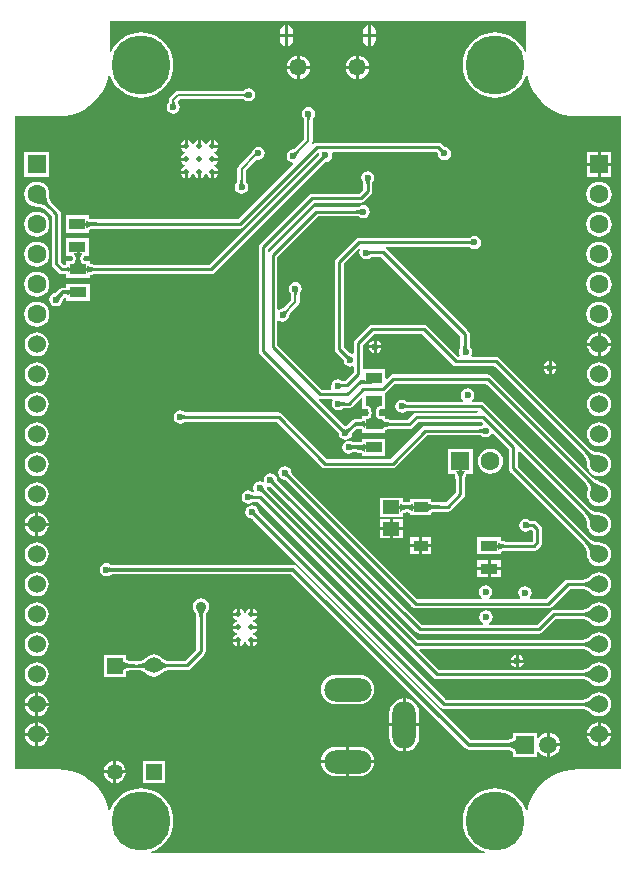
<source format=gbl>
G04*
G04 #@! TF.GenerationSoftware,Altium Limited,Altium Designer,22.1.2 (22)*
G04*
G04 Layer_Physical_Order=4*
G04 Layer_Color=16711680*
%FSLAX25Y25*%
%MOIN*%
G70*
G04*
G04 #@! TF.SameCoordinates,55BB0F9E-9583-49B5-81CB-360D1DA6D785*
G04*
G04*
G04 #@! TF.FilePolarity,Positive*
G04*
G01*
G75*
%ADD14C,0.00787*%
%ADD18C,0.01000*%
%ADD21R,0.05709X0.04528*%
%ADD30R,0.05709X0.03740*%
%ADD98C,0.01181*%
%ADD100O,0.15748X0.07874*%
%ADD101O,0.07874X0.15748*%
%ADD102C,0.05937*%
%ADD103R,0.05937X0.05937*%
%ADD104C,0.06000*%
%ADD105C,0.06299*%
%ADD106R,0.06299X0.06299*%
%ADD107C,0.05709*%
%ADD108R,0.06299X0.06299*%
%ADD109R,0.05315X0.05315*%
%ADD110C,0.05315*%
%ADD111C,0.19685*%
%ADD112C,0.03543*%
%ADD113C,0.01968*%
%ADD114C,0.02362*%
%ADD115R,0.04803X0.03583*%
G36*
X186113Y287749D02*
X185613Y287649D01*
X185415Y288127D01*
X184523Y289582D01*
X183415Y290880D01*
X182117Y291988D01*
X180662Y292880D01*
X179085Y293533D01*
X177426Y293931D01*
X175724Y294065D01*
X174023Y293931D01*
X172363Y293533D01*
X170787Y292880D01*
X169332Y291988D01*
X168034Y290880D01*
X166926Y289582D01*
X166034Y288127D01*
X165381Y286550D01*
X164982Y284890D01*
X164848Y283189D01*
X164982Y281488D01*
X165381Y279828D01*
X166034Y278251D01*
X166926Y276796D01*
X168034Y275498D01*
X169332Y274390D01*
X170787Y273498D01*
X172363Y272845D01*
X174023Y272447D01*
X175724Y272313D01*
X177426Y272447D01*
X179085Y272845D01*
X180662Y273498D01*
X182117Y274390D01*
X183415Y275498D01*
X184523Y276796D01*
X185415Y278251D01*
X185998Y279659D01*
X186518Y279608D01*
X186690Y278743D01*
X187413Y276615D01*
X188406Y274600D01*
X189655Y272731D01*
X191136Y271042D01*
X192826Y269560D01*
X194694Y268312D01*
X196710Y267318D01*
X198837Y266596D01*
X201041Y266157D01*
X203284Y266010D01*
Y266018D01*
X217609D01*
Y48391D01*
X203284D01*
Y48399D01*
X201041Y48252D01*
X198837Y47814D01*
X196710Y47091D01*
X194694Y46097D01*
X192826Y44849D01*
X191136Y43367D01*
X189655Y41678D01*
X188406Y39810D01*
X187413Y37794D01*
X186690Y35667D01*
X186518Y34801D01*
X185998Y34750D01*
X185415Y36158D01*
X184523Y37613D01*
X183415Y38911D01*
X182117Y40019D01*
X180662Y40911D01*
X179085Y41564D01*
X177426Y41963D01*
X175724Y42096D01*
X174023Y41963D01*
X172363Y41564D01*
X170787Y40911D01*
X169332Y40019D01*
X168034Y38911D01*
X166926Y37613D01*
X166034Y36158D01*
X165381Y34581D01*
X164982Y32922D01*
X164848Y31220D01*
X164982Y29519D01*
X165381Y27860D01*
X166034Y26283D01*
X166926Y24828D01*
X168034Y23530D01*
X169332Y22422D01*
X170787Y21530D01*
X172214Y20938D01*
X172115Y20438D01*
X61224D01*
X61124Y20938D01*
X62552Y21530D01*
X64007Y22422D01*
X65305Y23530D01*
X66413Y24828D01*
X67305Y26283D01*
X67958Y27860D01*
X68356Y29519D01*
X68490Y31220D01*
X68356Y32922D01*
X67958Y34581D01*
X67305Y36158D01*
X66413Y37613D01*
X65305Y38911D01*
X64007Y40019D01*
X62552Y40911D01*
X60975Y41564D01*
X59316Y41963D01*
X57614Y42096D01*
X55913Y41963D01*
X54253Y41564D01*
X52676Y40911D01*
X51221Y40019D01*
X49924Y38911D01*
X48815Y37613D01*
X47923Y36158D01*
X47340Y34750D01*
X46820Y34801D01*
X46648Y35667D01*
X45926Y37794D01*
X44932Y39810D01*
X43684Y41678D01*
X42202Y43367D01*
X40513Y44849D01*
X38644Y46097D01*
X36629Y47091D01*
X34501Y47814D01*
X32297Y48252D01*
X30055Y48399D01*
Y48391D01*
X15730D01*
Y266018D01*
X30055D01*
Y266010D01*
X32297Y266157D01*
X34501Y266596D01*
X36629Y267318D01*
X38644Y268312D01*
X40513Y269560D01*
X42202Y271042D01*
X43684Y272731D01*
X44932Y274600D01*
X45926Y276615D01*
X46648Y278743D01*
X46820Y279608D01*
X47340Y279659D01*
X47923Y278251D01*
X48815Y276796D01*
X49924Y275498D01*
X51221Y274390D01*
X52676Y273498D01*
X54253Y272845D01*
X55913Y272447D01*
X57614Y272313D01*
X59316Y272447D01*
X60975Y272845D01*
X62552Y273498D01*
X64007Y274390D01*
X65305Y275498D01*
X66413Y276796D01*
X67305Y278251D01*
X67958Y279828D01*
X68356Y281488D01*
X68490Y283189D01*
X68356Y284890D01*
X67958Y286550D01*
X67305Y288127D01*
X66413Y289582D01*
X65305Y290880D01*
X64007Y291988D01*
X62552Y292880D01*
X60975Y293533D01*
X59316Y293931D01*
X57614Y294065D01*
X55913Y293931D01*
X54253Y293533D01*
X52676Y292880D01*
X51221Y291988D01*
X49924Y290880D01*
X48815Y289582D01*
X47923Y288127D01*
X47726Y287649D01*
X47226Y287749D01*
Y297908D01*
X186113D01*
Y287749D01*
D02*
G37*
%LPC*%
G36*
X106717Y296467D02*
Y293465D01*
X108440D01*
Y294342D01*
X108271Y295194D01*
X107789Y295915D01*
X107068Y296397D01*
X106717Y296467D01*
D02*
G37*
G36*
X105717D02*
X105366Y296397D01*
X104644Y295915D01*
X104162Y295194D01*
X103993Y294342D01*
Y293465D01*
X105717D01*
Y296467D01*
D02*
G37*
G36*
X134276Y296467D02*
Y293465D01*
X135999D01*
Y294342D01*
X135830Y295194D01*
X135348Y295915D01*
X134627Y296397D01*
X134276Y296467D01*
D02*
G37*
G36*
X133276Y296467D02*
X132925Y296397D01*
X132203Y295915D01*
X131721Y295194D01*
X131552Y294342D01*
Y293465D01*
X133276D01*
Y296467D01*
D02*
G37*
G36*
Y292465D02*
X131552D01*
Y291587D01*
X131721Y290736D01*
X132203Y290014D01*
X132925Y289532D01*
X133276Y289462D01*
Y292465D01*
D02*
G37*
G36*
X108440Y292465D02*
X106717D01*
Y289462D01*
X107068Y289532D01*
X107789Y290014D01*
X108271Y290736D01*
X108440Y291587D01*
Y292465D01*
D02*
G37*
G36*
X105717D02*
X103993D01*
Y291587D01*
X104162Y290736D01*
X104644Y290014D01*
X105366Y289532D01*
X105717Y289462D01*
Y292465D01*
D02*
G37*
G36*
X135999Y292465D02*
X134276D01*
Y289462D01*
X134627Y289532D01*
X135348Y290014D01*
X135830Y290736D01*
X135999Y291587D01*
Y292465D01*
D02*
G37*
G36*
X130339Y286156D02*
Y282835D01*
X133660D01*
X133594Y283341D01*
X133205Y284278D01*
X132588Y285084D01*
X131782Y285701D01*
X130845Y286090D01*
X130339Y286156D01*
D02*
G37*
G36*
X129339D02*
X128832Y286090D01*
X127895Y285701D01*
X127090Y285084D01*
X126472Y284278D01*
X126084Y283341D01*
X126017Y282835D01*
X129339D01*
Y286156D01*
D02*
G37*
G36*
X110653D02*
Y282835D01*
X113975D01*
X113909Y283341D01*
X113520Y284278D01*
X112902Y285084D01*
X112097Y285701D01*
X111160Y286090D01*
X110653Y286156D01*
D02*
G37*
G36*
X109653D02*
X109147Y286090D01*
X108210Y285701D01*
X107405Y285084D01*
X106787Y284278D01*
X106398Y283341D01*
X106332Y282835D01*
X109653D01*
Y286156D01*
D02*
G37*
G36*
X133660Y281835D02*
X130339D01*
Y278513D01*
X130845Y278579D01*
X131782Y278968D01*
X132588Y279586D01*
X133205Y280391D01*
X133594Y281329D01*
X133660Y281835D01*
D02*
G37*
G36*
X129339D02*
X126017D01*
X126084Y281329D01*
X126472Y280391D01*
X127090Y279586D01*
X127895Y278968D01*
X128832Y278579D01*
X129339Y278513D01*
Y281835D01*
D02*
G37*
G36*
X113975D02*
X110653D01*
Y278513D01*
X111160Y278579D01*
X112097Y278968D01*
X112902Y279586D01*
X113520Y280391D01*
X113909Y281329D01*
X113975Y281835D01*
D02*
G37*
G36*
X109653D02*
X106332D01*
X106398Y281329D01*
X106787Y280391D01*
X107405Y279586D01*
X108210Y278968D01*
X109147Y278579D01*
X109653Y278513D01*
Y281835D01*
D02*
G37*
G36*
X93563Y275480D02*
X92712Y275310D01*
X91991Y274828D01*
X91890Y274678D01*
X91877Y274668D01*
X91845Y274633D01*
X91844Y274632D01*
X91821Y274621D01*
X91778Y274604D01*
X91712Y274586D01*
X91639Y274571D01*
X91409Y274547D01*
X70031D01*
X69488Y274439D01*
X69027Y274131D01*
X67424Y272528D01*
X67116Y272067D01*
X67008Y271524D01*
Y271177D01*
X67003Y271100D01*
X66988Y270983D01*
X66970Y270885D01*
X66950Y270806D01*
X66929Y270746D01*
X66911Y270705D01*
X66909Y270702D01*
X66857Y270667D01*
X66375Y269946D01*
X66205Y269094D01*
X66375Y268244D01*
X66857Y267522D01*
X67578Y267040D01*
X68429Y266871D01*
X69280Y267040D01*
X70002Y267522D01*
X70484Y268244D01*
X70653Y269094D01*
X70484Y269946D01*
X70002Y270667D01*
X70065Y271150D01*
X70620Y271705D01*
X91492D01*
X91630Y271699D01*
X91744Y271687D01*
X91852Y271669D01*
X91944Y271648D01*
X92019Y271625D01*
X92078Y271603D01*
X92121Y271582D01*
X92151Y271565D01*
X92212Y271520D01*
X92290Y271483D01*
X92712Y271201D01*
X93563Y271032D01*
X94414Y271201D01*
X95135Y271683D01*
X95618Y272405D01*
X95787Y273256D01*
X95618Y274107D01*
X95135Y274828D01*
X94414Y275310D01*
X93563Y275480D01*
D02*
G37*
G36*
X80929Y258062D02*
X80655Y258007D01*
X79999Y257568D01*
X79560Y256912D01*
X79519Y256704D01*
X79009D01*
X78968Y256912D01*
X78529Y257568D01*
X77873Y258007D01*
X77598Y258062D01*
Y256138D01*
X76598D01*
Y258062D01*
X76324Y258007D01*
X75668Y257568D01*
X75229Y256912D01*
X75188Y256704D01*
X74678D01*
X74637Y256912D01*
X74198Y257568D01*
X73542Y258007D01*
X73268Y258062D01*
Y256138D01*
X72768D01*
Y255638D01*
X70844D01*
X70899Y255364D01*
X71337Y254707D01*
X71993Y254269D01*
X72201Y254227D01*
Y253717D01*
X71993Y253676D01*
X71337Y253238D01*
X70899Y252581D01*
X70844Y252307D01*
X72768D01*
Y251307D01*
X70844D01*
X70899Y251033D01*
X71337Y250377D01*
X71993Y249938D01*
X72201Y249897D01*
Y249387D01*
X71993Y249345D01*
X71337Y248907D01*
X70899Y248251D01*
X70844Y247976D01*
X72768D01*
Y247476D01*
X73268D01*
Y245553D01*
X73542Y245607D01*
X74198Y246046D01*
X74637Y246702D01*
X74678Y246910D01*
X75188D01*
X75229Y246702D01*
X75668Y246046D01*
X76324Y245607D01*
X76598Y245553D01*
Y247476D01*
X77598D01*
Y245553D01*
X77873Y245607D01*
X78529Y246046D01*
X78968Y246702D01*
X79009Y246910D01*
X79519D01*
X79560Y246702D01*
X79999Y246046D01*
X80655Y245607D01*
X80929Y245553D01*
Y247476D01*
X81429D01*
Y247976D01*
X83353D01*
X83298Y248251D01*
X82860Y248907D01*
X82203Y249345D01*
X81995Y249387D01*
Y249897D01*
X82203Y249938D01*
X82860Y250377D01*
X83298Y251033D01*
X83353Y251307D01*
X81429D01*
Y252307D01*
X83353D01*
X83298Y252581D01*
X82860Y253238D01*
X82203Y253676D01*
X81996Y253717D01*
Y254227D01*
X82203Y254269D01*
X82860Y254707D01*
X83298Y255364D01*
X83353Y255638D01*
X81429D01*
Y256138D01*
X80929D01*
Y258062D01*
D02*
G37*
G36*
X81929D02*
Y256638D01*
X83353D01*
X83298Y256912D01*
X82860Y257568D01*
X82203Y258007D01*
X81929Y258062D01*
D02*
G37*
G36*
X72268D02*
X71993Y258007D01*
X71337Y257568D01*
X70899Y256912D01*
X70844Y256638D01*
X72268D01*
Y258062D01*
D02*
G37*
G36*
X113480Y269204D02*
X112629Y269035D01*
X111908Y268553D01*
X111426Y267831D01*
X111257Y266980D01*
X111426Y266129D01*
X111908Y265408D01*
X111961Y265372D01*
X111962Y265370D01*
X111980Y265329D01*
X112001Y265269D01*
X112021Y265190D01*
X112037Y265106D01*
X112059Y264872D01*
Y258423D01*
X108920Y255284D01*
X108863Y255234D01*
X108770Y255161D01*
X108687Y255105D01*
X108617Y255063D01*
X108560Y255036D01*
X108518Y255019D01*
X108515Y255018D01*
X108453Y255031D01*
X107602Y254862D01*
X106880Y254380D01*
X106398Y253658D01*
X106229Y252807D01*
X106398Y251956D01*
X106880Y251235D01*
X107602Y250752D01*
X108246Y250624D01*
X108439Y250110D01*
X90012Y231683D01*
X42795D01*
X42614Y231686D01*
X41982Y231724D01*
X41444Y231785D01*
X41003Y231866D01*
X40668Y231959D01*
X40445Y232051D01*
X40351Y232110D01*
X40346Y232139D01*
Y233024D01*
X39373D01*
X39334Y233031D01*
X39296Y233024D01*
X32638D01*
Y227284D01*
X39296D01*
X39334Y227276D01*
X39373Y227284D01*
X40346D01*
Y228168D01*
X40351Y228197D01*
X40445Y228256D01*
X40668Y228348D01*
X41003Y228442D01*
X41429Y228520D01*
X42627Y228621D01*
X42795Y228624D01*
X90646D01*
X91231Y228741D01*
X91727Y229072D01*
X116588Y253933D01*
X117025Y253700D01*
X117044Y253660D01*
X116918Y253028D01*
X116901Y252999D01*
X116853Y252926D01*
X116792Y252845D01*
X116654Y252687D01*
X80540Y216573D01*
X42992D01*
X42811Y216576D01*
X42179Y216614D01*
X41640Y216675D01*
X41200Y216755D01*
X40864Y216848D01*
X40642Y216941D01*
X40548Y217000D01*
X40543Y217029D01*
Y217913D01*
X39570D01*
X39531Y217921D01*
X39493Y217913D01*
X38729D01*
X38709Y217916D01*
X38693Y217931D01*
X38618Y218038D01*
X38519Y218255D01*
X38419Y218584D01*
X38383Y218760D01*
X38419Y218936D01*
X38519Y219265D01*
X38618Y219482D01*
X38693Y219588D01*
X38709Y219603D01*
X38729Y219606D01*
X40346D01*
Y225346D01*
X32638D01*
Y219606D01*
X34649D01*
X34668Y219603D01*
X34685Y219588D01*
X34760Y219482D01*
X34859Y219265D01*
X34959Y218936D01*
X34995Y218760D01*
X34959Y218584D01*
X34859Y218255D01*
X34760Y218038D01*
X34685Y217931D01*
X34668Y217916D01*
X34649Y217913D01*
X32835D01*
Y216706D01*
X32697Y216671D01*
X32443Y216629D01*
X31855Y216584D01*
X30978Y217460D01*
Y233520D01*
X30862Y234105D01*
X30530Y234601D01*
X28231Y236900D01*
X28137Y237002D01*
X27906Y237292D01*
X27705Y237591D01*
X27534Y237899D01*
X27389Y238217D01*
X27271Y238549D01*
X27180Y238894D01*
X27115Y239255D01*
X27077Y239633D01*
X27069Y239964D01*
X27083Y240071D01*
X26940Y241154D01*
X26522Y242164D01*
X25857Y243030D01*
X24990Y243695D01*
X23981Y244114D01*
X22898Y244256D01*
X21814Y244114D01*
X20805Y243695D01*
X19938Y243030D01*
X19273Y242164D01*
X18855Y241154D01*
X18712Y240071D01*
X18855Y238988D01*
X19273Y237978D01*
X19938Y237111D01*
X20805Y236446D01*
X21814Y236028D01*
X22898Y235885D01*
X23005Y235899D01*
X23335Y235891D01*
X23714Y235853D01*
X24075Y235788D01*
X24420Y235697D01*
X24751Y235579D01*
X25070Y235435D01*
X25378Y235263D01*
X25677Y235062D01*
X25967Y234832D01*
X26068Y234738D01*
X27919Y232886D01*
Y216827D01*
X28036Y216242D01*
X28367Y215745D01*
X30151Y213962D01*
X30647Y213630D01*
X31232Y213514D01*
X31501D01*
X32104Y213493D01*
X32430Y213460D01*
X32697Y213415D01*
X32835Y213380D01*
Y212173D01*
X39493D01*
X39531Y212166D01*
X39570Y212173D01*
X40543D01*
Y213058D01*
X40548Y213086D01*
X40642Y213146D01*
X40864Y213238D01*
X41200Y213331D01*
X41626Y213409D01*
X42824Y213511D01*
X42992Y213514D01*
X81173D01*
X81758Y213630D01*
X82255Y213962D01*
X118817Y250524D01*
X118975Y250662D01*
X119056Y250723D01*
X119129Y250771D01*
X119158Y250788D01*
X119989Y250953D01*
X120710Y251435D01*
X121192Y252157D01*
X121362Y253008D01*
X121232Y253660D01*
X121547Y254160D01*
X156205D01*
X156351Y254014D01*
X156488Y253855D01*
X156550Y253775D01*
X156598Y253702D01*
X156615Y253673D01*
X156780Y252842D01*
X157262Y252120D01*
X157984Y251638D01*
X158835Y251469D01*
X159686Y251638D01*
X160407Y252120D01*
X160889Y252842D01*
X161058Y253693D01*
X160889Y254544D01*
X160407Y255265D01*
X159686Y255748D01*
X158855Y255913D01*
X158826Y255929D01*
X158753Y255978D01*
X158672Y256039D01*
X158513Y256177D01*
X157920Y256770D01*
X157424Y257102D01*
X156839Y257218D01*
X116181D01*
X115596Y257102D01*
X115100Y256770D01*
X114940Y256611D01*
X114552Y256930D01*
X114793Y257291D01*
X114901Y257835D01*
Y264898D01*
X114907Y264974D01*
X114921Y265092D01*
X114939Y265190D01*
X114960Y265269D01*
X114980Y265329D01*
X114998Y265370D01*
X115000Y265372D01*
X115053Y265408D01*
X115535Y266129D01*
X115704Y266980D01*
X115535Y267831D01*
X115053Y268553D01*
X114331Y269035D01*
X113480Y269204D01*
D02*
G37*
G36*
X96784Y255972D02*
X95932Y255803D01*
X95211Y255321D01*
X94729Y254599D01*
X94618Y254041D01*
X90184Y249607D01*
X89876Y249146D01*
X89768Y248602D01*
Y244598D01*
X89763Y244522D01*
X89748Y244404D01*
X89730Y244306D01*
X89710Y244227D01*
X89689Y244167D01*
X89671Y244127D01*
X89669Y244124D01*
X89617Y244088D01*
X89134Y243367D01*
X88965Y242516D01*
X89134Y241665D01*
X89617Y240943D01*
X90338Y240461D01*
X91189Y240292D01*
X92040Y240461D01*
X92761Y240943D01*
X93243Y241665D01*
X93413Y242516D01*
X93243Y243367D01*
X92761Y244088D01*
X92709Y244124D01*
X92707Y244127D01*
X92689Y244167D01*
X92668Y244227D01*
X92648Y244306D01*
X92632Y244391D01*
X92610Y244624D01*
Y248014D01*
X96230Y251634D01*
X96784Y251524D01*
X97635Y251694D01*
X98356Y252175D01*
X98838Y252897D01*
X99007Y253748D01*
X98838Y254599D01*
X98356Y255321D01*
X97635Y255803D01*
X96784Y255972D01*
D02*
G37*
G36*
X214512Y254221D02*
X210862D01*
Y250571D01*
X214512D01*
Y254221D01*
D02*
G37*
G36*
X209862D02*
X206213D01*
Y250571D01*
X209862D01*
Y254221D01*
D02*
G37*
G36*
X214512Y249571D02*
X210862D01*
Y245921D01*
X214512D01*
Y249571D01*
D02*
G37*
G36*
X209862D02*
X206213D01*
Y245921D01*
X209862D01*
Y249571D01*
D02*
G37*
G36*
X27047Y254221D02*
X18748D01*
Y245921D01*
X27047D01*
Y254221D01*
D02*
G37*
G36*
X83353Y246976D02*
X81929D01*
Y245553D01*
X82203Y245607D01*
X82860Y246046D01*
X83298Y246702D01*
X83353Y246976D01*
D02*
G37*
G36*
X72268D02*
X70844D01*
X70899Y246702D01*
X71337Y246046D01*
X71993Y245607D01*
X72268Y245553D01*
Y246976D01*
D02*
G37*
G36*
X210362Y244256D02*
X209279Y244114D01*
X208270Y243695D01*
X207403Y243030D01*
X206737Y242164D01*
X206319Y241154D01*
X206177Y240071D01*
X206319Y238988D01*
X206737Y237978D01*
X207403Y237111D01*
X208270Y236446D01*
X209279Y236028D01*
X210362Y235885D01*
X211445Y236028D01*
X212455Y236446D01*
X213322Y237111D01*
X213987Y237978D01*
X214405Y238988D01*
X214548Y240071D01*
X214405Y241154D01*
X213987Y242164D01*
X213322Y243030D01*
X212455Y243695D01*
X211445Y244114D01*
X210362Y244256D01*
D02*
G37*
G36*
X133260Y247814D02*
X132409Y247645D01*
X131687Y247163D01*
X131205Y246442D01*
X131036Y245590D01*
X131205Y244740D01*
X131676Y244035D01*
X131685Y244003D01*
X131702Y243917D01*
X131716Y243817D01*
X131730Y243607D01*
Y241637D01*
X130382Y240289D01*
X114768D01*
X114182Y240173D01*
X113686Y239841D01*
X97419Y223574D01*
X97087Y223077D01*
X96971Y222492D01*
Y187791D01*
X97087Y187206D01*
X97419Y186710D01*
X123335Y160794D01*
X123473Y160635D01*
X123534Y160554D01*
X123582Y160482D01*
X123599Y160452D01*
X123764Y159621D01*
X124246Y158900D01*
X124968Y158418D01*
X125819Y158249D01*
X126670Y158418D01*
X127391Y158900D01*
X127874Y159621D01*
X128039Y160452D01*
X128055Y160481D01*
X128104Y160554D01*
X128165Y160635D01*
X128303Y160794D01*
X129517Y162007D01*
X130055Y161974D01*
X130516Y161919D01*
X130888Y161847D01*
X131165Y161766D01*
X131340Y161690D01*
X131377Y161665D01*
X131378Y161661D01*
Y160508D01*
X138036D01*
X138075Y160500D01*
X138113Y160508D01*
X139087D01*
Y161392D01*
X139091Y161421D01*
X139185Y161480D01*
X139408Y161573D01*
X139743Y161666D01*
X140170Y161744D01*
X141367Y161846D01*
X141535Y161849D01*
X147102D01*
X147688Y161965D01*
X148184Y162296D01*
X150157Y164270D01*
X171172D01*
X171665Y163777D01*
X171534Y163200D01*
X170999Y162843D01*
X170966Y162834D01*
X170880Y162817D01*
X170780Y162803D01*
X170571Y162788D01*
X152460D01*
X151874Y162672D01*
X151378Y162340D01*
X140890Y151852D01*
X119693D01*
X104656Y166888D01*
X104160Y167220D01*
X103575Y167336D01*
X72763D01*
X72553Y167351D01*
X72453Y167365D01*
X72367Y167382D01*
X72335Y167391D01*
X71631Y167862D01*
X70780Y168031D01*
X69928Y167862D01*
X69207Y167380D01*
X68725Y166658D01*
X68556Y165807D01*
X68725Y164956D01*
X69207Y164235D01*
X69928Y163752D01*
X70780Y163583D01*
X71631Y163752D01*
X72335Y164223D01*
X72367Y164232D01*
X72453Y164249D01*
X72553Y164263D01*
X72763Y164278D01*
X102941D01*
X117978Y149241D01*
X118474Y148910D01*
X119059Y148793D01*
X141524D01*
X142109Y148910D01*
X142605Y149241D01*
X153093Y159730D01*
X170571D01*
X170780Y159715D01*
X170880Y159701D01*
X170966Y159684D01*
X170999Y159675D01*
X171703Y159204D01*
X172554Y159035D01*
X173405Y159204D01*
X174127Y159686D01*
X174496Y160239D01*
X175072Y160370D01*
X180234Y155207D01*
Y148669D01*
X180351Y148084D01*
X180682Y147588D01*
X205247Y123024D01*
X205325Y122940D01*
X205545Y122664D01*
X205736Y122381D01*
X205900Y122091D01*
X206037Y121792D01*
X206149Y121483D01*
X206235Y121162D01*
X206297Y120827D01*
X206332Y120477D01*
X206341Y120169D01*
X206328Y120071D01*
X206465Y119027D01*
X206868Y118054D01*
X207509Y117218D01*
X208345Y116577D01*
X209318Y116174D01*
X210362Y116036D01*
X211406Y116174D01*
X212380Y116577D01*
X213215Y117218D01*
X213856Y118054D01*
X214259Y119027D01*
X214397Y120071D01*
X214259Y121115D01*
X213856Y122088D01*
X213215Y122924D01*
X212380Y123565D01*
X211406Y123968D01*
X210362Y124105D01*
X210264Y124092D01*
X209956Y124101D01*
X209606Y124136D01*
X209271Y124198D01*
X208950Y124284D01*
X208641Y124396D01*
X208342Y124533D01*
X208052Y124697D01*
X207769Y124888D01*
X207493Y125108D01*
X207410Y125187D01*
X183293Y149303D01*
Y154324D01*
X183755Y154515D01*
X205247Y133024D01*
X205325Y132940D01*
X205545Y132664D01*
X205736Y132381D01*
X205900Y132091D01*
X206037Y131792D01*
X206149Y131483D01*
X206235Y131162D01*
X206297Y130827D01*
X206332Y130477D01*
X206341Y130169D01*
X206328Y130071D01*
X206465Y129027D01*
X206868Y128054D01*
X207509Y127218D01*
X208345Y126577D01*
X209318Y126174D01*
X210362Y126036D01*
X211406Y126174D01*
X212380Y126577D01*
X213215Y127218D01*
X213856Y128054D01*
X214259Y129027D01*
X214397Y130071D01*
X214259Y131115D01*
X213856Y132088D01*
X213215Y132924D01*
X212380Y133565D01*
X211406Y133968D01*
X210362Y134105D01*
X210264Y134092D01*
X209956Y134101D01*
X209606Y134136D01*
X209271Y134198D01*
X208950Y134284D01*
X208641Y134396D01*
X208342Y134533D01*
X208052Y134697D01*
X207769Y134888D01*
X207493Y135108D01*
X207410Y135187D01*
X172101Y170495D01*
X171605Y170826D01*
X171020Y170943D01*
X168141D01*
X167989Y171443D01*
X168131Y171538D01*
X168614Y172259D01*
X168783Y173110D01*
X168614Y173961D01*
X168131Y174683D01*
X167410Y175165D01*
X166559Y175334D01*
X165708Y175165D01*
X164987Y174683D01*
X164505Y173961D01*
X164335Y173110D01*
X164505Y172259D01*
X164987Y171538D01*
X165129Y171443D01*
X164977Y170943D01*
X146696D01*
X146487Y170957D01*
X146386Y170971D01*
X146300Y170989D01*
X146268Y170997D01*
X145564Y171468D01*
X144713Y171637D01*
X143862Y171468D01*
X143140Y170986D01*
X142658Y170264D01*
X142489Y169413D01*
X142658Y168562D01*
X143140Y167841D01*
X143862Y167359D01*
X144713Y167190D01*
X145564Y167359D01*
X146268Y167830D01*
X146300Y167838D01*
X146386Y167855D01*
X146487Y167869D01*
X146696Y167884D01*
X169977D01*
X170014Y167829D01*
X169747Y167329D01*
X149524D01*
X148938Y167212D01*
X148442Y166881D01*
X146469Y164907D01*
X141535D01*
X141354Y164911D01*
X140722Y164948D01*
X140184Y165009D01*
X139743Y165090D01*
X139408Y165183D01*
X139185Y165276D01*
X139091Y165335D01*
X139087Y165364D01*
Y166248D01*
X138113D01*
X138075Y166256D01*
X138036Y166248D01*
X137272D01*
X137253Y166251D01*
X137236Y166266D01*
X137162Y166373D01*
X137063Y166590D01*
X136962Y166919D01*
X136880Y167327D01*
X136962Y167735D01*
X137063Y168064D01*
X137162Y168281D01*
X137236Y168388D01*
X137253Y168403D01*
X137272Y168405D01*
X139130D01*
Y173914D01*
X139478Y174147D01*
X142306Y176974D01*
X172607D01*
X205885Y143696D01*
X205984Y143590D01*
X206199Y143315D01*
X206368Y143052D01*
X206496Y142799D01*
X206585Y142557D01*
X206640Y142323D01*
X206664Y142090D01*
X206658Y141855D01*
X206621Y141610D01*
X206535Y141297D01*
X206534Y141282D01*
X206465Y141115D01*
X206328Y140071D01*
X206465Y139027D01*
X206868Y138054D01*
X207509Y137218D01*
X208345Y136577D01*
X209318Y136174D01*
X210362Y136036D01*
X211406Y136174D01*
X212380Y136577D01*
X213215Y137218D01*
X213856Y138054D01*
X214259Y139027D01*
X214397Y140071D01*
X214259Y141115D01*
X213856Y142088D01*
X213215Y142924D01*
X212380Y143565D01*
X211548Y143909D01*
X211542Y143913D01*
X211528Y143918D01*
X211406Y143968D01*
X211362Y143974D01*
X210641Y144218D01*
X210267Y144371D01*
X209525Y144736D01*
X209208Y144922D01*
X208902Y145124D01*
X208616Y145336D01*
X208351Y145557D01*
X208329Y145578D01*
X174322Y179585D01*
X173825Y179917D01*
X173240Y180033D01*
X141673D01*
X141087Y179917D01*
X140591Y179585D01*
X139592Y178586D01*
X139130Y178778D01*
Y181823D01*
X131636D01*
Y189902D01*
X135303Y193569D01*
X151256D01*
X161529Y183297D01*
X162025Y182965D01*
X162610Y182849D01*
X175422D01*
X205247Y153024D01*
X205325Y152940D01*
X205545Y152664D01*
X205736Y152381D01*
X205900Y152091D01*
X206037Y151792D01*
X206149Y151483D01*
X206235Y151162D01*
X206297Y150827D01*
X206332Y150477D01*
X206341Y150169D01*
X206328Y150071D01*
X206465Y149027D01*
X206868Y148054D01*
X207509Y147218D01*
X208345Y146577D01*
X209318Y146174D01*
X210362Y146036D01*
X211406Y146174D01*
X212380Y146577D01*
X213215Y147218D01*
X213856Y148054D01*
X214259Y149027D01*
X214397Y150071D01*
X214259Y151115D01*
X213856Y152088D01*
X213215Y152924D01*
X212380Y153565D01*
X211406Y153968D01*
X210362Y154105D01*
X210264Y154093D01*
X209956Y154101D01*
X209606Y154136D01*
X209271Y154198D01*
X208950Y154284D01*
X208641Y154396D01*
X208342Y154533D01*
X208052Y154697D01*
X207769Y154888D01*
X207493Y155108D01*
X207410Y155186D01*
X177137Y185459D01*
X176640Y185791D01*
X176055Y185907D01*
X167954D01*
X167687Y186407D01*
X167916Y186750D01*
X168085Y187601D01*
X167916Y188452D01*
X167434Y189174D01*
X167262Y189289D01*
X167257Y189302D01*
X167241Y189373D01*
X167227Y189459D01*
X167210Y189673D01*
Y193453D01*
X167094Y194038D01*
X166762Y194534D01*
X139542Y221755D01*
X139160Y222010D01*
X139283Y222510D01*
X166851D01*
X167061Y222495D01*
X167161Y222481D01*
X167247Y222464D01*
X167279Y222456D01*
X167984Y221985D01*
X168835Y221815D01*
X169686Y221985D01*
X170407Y222467D01*
X170889Y223188D01*
X171058Y224039D01*
X170889Y224890D01*
X170407Y225612D01*
X169686Y226094D01*
X168835Y226263D01*
X167984Y226094D01*
X167279Y225623D01*
X167247Y225614D01*
X167161Y225597D01*
X167061Y225583D01*
X166851Y225569D01*
X130283D01*
X129698Y225452D01*
X129202Y225121D01*
X122663Y218581D01*
X122331Y218085D01*
X122215Y217500D01*
Y188508D01*
X122331Y187923D01*
X122663Y187426D01*
X124937Y185152D01*
X125075Y184993D01*
X125136Y184912D01*
X125185Y184840D01*
X125201Y184811D01*
X125367Y183980D01*
X125849Y183258D01*
X126570Y182776D01*
X127421Y182607D01*
X128077Y182737D01*
X128577Y182424D01*
Y180909D01*
X125576Y177908D01*
X125016D01*
X124851Y177916D01*
X124601Y177945D01*
X124527Y177959D01*
X124467Y177974D01*
X124435Y177984D01*
X124434Y177985D01*
X124404Y178001D01*
X124348Y178019D01*
X124119Y178173D01*
X123268Y178342D01*
X122417Y178173D01*
X121695Y177691D01*
X121213Y176969D01*
X121044Y176118D01*
X121174Y175466D01*
X120859Y174966D01*
X117842D01*
X103057Y189752D01*
Y197930D01*
X103557Y198173D01*
X104086Y197819D01*
X104937Y197650D01*
X105788Y197819D01*
X106509Y198301D01*
X106992Y199023D01*
X107161Y199874D01*
X107149Y199936D01*
X107149Y199940D01*
X107166Y199981D01*
X107193Y200038D01*
X107235Y200108D01*
X107283Y200179D01*
X107433Y200360D01*
X110111Y203039D01*
X110419Y203500D01*
X110527Y204043D01*
Y206548D01*
X110533Y206624D01*
X110547Y206741D01*
X110565Y206840D01*
X110586Y206918D01*
X110606Y206978D01*
X110624Y207019D01*
X110626Y207022D01*
X110679Y207057D01*
X111161Y207779D01*
X111330Y208630D01*
X111161Y209481D01*
X110679Y210202D01*
X109957Y210684D01*
X109106Y210854D01*
X108255Y210684D01*
X107534Y210202D01*
X107052Y209481D01*
X106883Y208630D01*
X107052Y207779D01*
X107534Y207057D01*
X107587Y207022D01*
X107588Y207019D01*
X107606Y206978D01*
X107627Y206918D01*
X107647Y206840D01*
X107663Y206755D01*
X107685Y206521D01*
Y204632D01*
X105404Y202351D01*
X105347Y202301D01*
X105254Y202228D01*
X105171Y202172D01*
X105101Y202130D01*
X105045Y202103D01*
X105002Y202086D01*
X104999Y202085D01*
X104937Y202098D01*
X104086Y201929D01*
X103557Y201575D01*
X103057Y201818D01*
Y219063D01*
X116779Y232786D01*
X129764D01*
X129974Y232771D01*
X130074Y232757D01*
X130160Y232740D01*
X130192Y232731D01*
X130897Y232260D01*
X131748Y232091D01*
X132599Y232260D01*
X133320Y232743D01*
X133803Y233464D01*
X133972Y234315D01*
X133803Y235166D01*
X133320Y235887D01*
X132599Y236369D01*
X131748Y236539D01*
X130897Y236369D01*
X130192Y235899D01*
X130160Y235890D01*
X130074Y235873D01*
X129974Y235859D01*
X129764Y235844D01*
X116146D01*
X115560Y235728D01*
X115064Y235396D01*
X100529Y220862D01*
X100205Y220938D01*
X100029Y221055D01*
Y221859D01*
X115401Y237230D01*
X131016D01*
X131601Y237347D01*
X132097Y237678D01*
X134341Y239922D01*
X134673Y240419D01*
X134789Y241004D01*
Y243607D01*
X134804Y243817D01*
X134818Y243917D01*
X134835Y244003D01*
X134844Y244035D01*
X135314Y244740D01*
X135484Y245590D01*
X135314Y246442D01*
X134832Y247163D01*
X134111Y247645D01*
X133260Y247814D01*
D02*
G37*
G36*
X210362Y234256D02*
X209279Y234114D01*
X208270Y233696D01*
X207403Y233030D01*
X206737Y232164D01*
X206319Y231154D01*
X206177Y230071D01*
X206319Y228988D01*
X206737Y227978D01*
X207403Y227111D01*
X208270Y226446D01*
X209279Y226028D01*
X210362Y225885D01*
X211445Y226028D01*
X212455Y226446D01*
X213322Y227111D01*
X213987Y227978D01*
X214405Y228988D01*
X214548Y230071D01*
X214405Y231154D01*
X213987Y232164D01*
X213322Y233030D01*
X212455Y233696D01*
X211445Y234114D01*
X210362Y234256D01*
D02*
G37*
G36*
X22898D02*
X21814Y234114D01*
X20805Y233696D01*
X19938Y233030D01*
X19273Y232164D01*
X18855Y231154D01*
X18712Y230071D01*
X18855Y228988D01*
X19273Y227978D01*
X19938Y227111D01*
X20805Y226446D01*
X21814Y226028D01*
X22898Y225885D01*
X23981Y226028D01*
X24990Y226446D01*
X25857Y227111D01*
X26522Y227978D01*
X26940Y228988D01*
X27083Y230071D01*
X26940Y231154D01*
X26522Y232164D01*
X25857Y233030D01*
X24990Y233696D01*
X23981Y234114D01*
X22898Y234256D01*
D02*
G37*
G36*
X210362Y224256D02*
X209279Y224114D01*
X208270Y223695D01*
X207403Y223030D01*
X206737Y222164D01*
X206319Y221154D01*
X206177Y220071D01*
X206319Y218988D01*
X206737Y217978D01*
X207403Y217111D01*
X208270Y216446D01*
X209279Y216028D01*
X210362Y215885D01*
X211445Y216028D01*
X212455Y216446D01*
X213322Y217111D01*
X213987Y217978D01*
X214405Y218988D01*
X214548Y220071D01*
X214405Y221154D01*
X213987Y222164D01*
X213322Y223030D01*
X212455Y223695D01*
X211445Y224114D01*
X210362Y224256D01*
D02*
G37*
G36*
X22898D02*
X21814Y224114D01*
X20805Y223695D01*
X19938Y223030D01*
X19273Y222164D01*
X18855Y221154D01*
X18712Y220071D01*
X18855Y218988D01*
X19273Y217978D01*
X19938Y217111D01*
X20805Y216446D01*
X21814Y216028D01*
X22898Y215885D01*
X23981Y216028D01*
X24990Y216446D01*
X25857Y217111D01*
X26522Y217978D01*
X26940Y218988D01*
X27083Y220071D01*
X26940Y221154D01*
X26522Y222164D01*
X25857Y223030D01*
X24990Y223695D01*
X23981Y224114D01*
X22898Y224256D01*
D02*
G37*
G36*
X210362Y214256D02*
X209279Y214114D01*
X208270Y213696D01*
X207403Y213030D01*
X206737Y212164D01*
X206319Y211154D01*
X206177Y210071D01*
X206319Y208988D01*
X206737Y207978D01*
X207403Y207111D01*
X208270Y206446D01*
X209279Y206028D01*
X210362Y205885D01*
X211445Y206028D01*
X212455Y206446D01*
X213322Y207111D01*
X213987Y207978D01*
X214405Y208988D01*
X214548Y210071D01*
X214405Y211154D01*
X213987Y212164D01*
X213322Y213030D01*
X212455Y213696D01*
X211445Y214114D01*
X210362Y214256D01*
D02*
G37*
G36*
X22898D02*
X21814Y214114D01*
X20805Y213696D01*
X19938Y213030D01*
X19273Y212164D01*
X18855Y211154D01*
X18712Y210071D01*
X18855Y208988D01*
X19273Y207978D01*
X19938Y207111D01*
X20805Y206446D01*
X21814Y206028D01*
X22898Y205885D01*
X23981Y206028D01*
X24990Y206446D01*
X25857Y207111D01*
X26522Y207978D01*
X26940Y208988D01*
X27083Y210071D01*
X26940Y211154D01*
X26522Y212164D01*
X25857Y213030D01*
X24990Y213696D01*
X23981Y214114D01*
X22898Y214256D01*
D02*
G37*
G36*
X40543Y210236D02*
X32835D01*
Y209036D01*
X32183Y208988D01*
X31724D01*
X31104Y208864D01*
X30578Y208513D01*
X29464Y207399D01*
X29277Y207241D01*
X29208Y207189D01*
X29177Y207169D01*
X28484Y207031D01*
X27762Y206549D01*
X27280Y205827D01*
X27111Y204976D01*
X27280Y204125D01*
X27762Y203404D01*
X28484Y202922D01*
X29335Y202752D01*
X30186Y202922D01*
X30907Y203404D01*
X31389Y204125D01*
X31527Y204819D01*
X31548Y204850D01*
X31594Y204912D01*
X31810Y205159D01*
X32335Y205683D01*
X32835Y205609D01*
Y204496D01*
X40543D01*
Y210236D01*
D02*
G37*
G36*
X210362Y204256D02*
X209279Y204114D01*
X208270Y203696D01*
X207403Y203030D01*
X206737Y202164D01*
X206319Y201154D01*
X206177Y200071D01*
X206319Y198988D01*
X206737Y197978D01*
X207403Y197111D01*
X208270Y196446D01*
X209279Y196028D01*
X210362Y195885D01*
X211445Y196028D01*
X212455Y196446D01*
X213322Y197111D01*
X213987Y197978D01*
X214405Y198988D01*
X214548Y200071D01*
X214405Y201154D01*
X213987Y202164D01*
X213322Y203030D01*
X212455Y203696D01*
X211445Y204114D01*
X210362Y204256D01*
D02*
G37*
G36*
X22898D02*
X21814Y204114D01*
X20805Y203696D01*
X19938Y203030D01*
X19273Y202164D01*
X18855Y201154D01*
X18712Y200071D01*
X18855Y198988D01*
X19273Y197978D01*
X19938Y197111D01*
X20805Y196446D01*
X21814Y196028D01*
X22898Y195885D01*
X23981Y196028D01*
X24990Y196446D01*
X25857Y197111D01*
X26522Y197978D01*
X26940Y198988D01*
X27083Y200071D01*
X26940Y201154D01*
X26522Y202164D01*
X25857Y203030D01*
X24990Y203696D01*
X23981Y204114D01*
X22898Y204256D01*
D02*
G37*
G36*
X210862Y194040D02*
Y190571D01*
X214331D01*
X214259Y191115D01*
X213856Y192088D01*
X213215Y192924D01*
X212380Y193565D01*
X211406Y193968D01*
X210862Y194040D01*
D02*
G37*
G36*
X209862Y194040D02*
X209318Y193968D01*
X208345Y193565D01*
X207509Y192924D01*
X206868Y192088D01*
X206465Y191115D01*
X206394Y190571D01*
X209862D01*
Y194040D01*
D02*
G37*
G36*
X136209Y191380D02*
Y189756D01*
X137833D01*
X137763Y190107D01*
X137281Y190828D01*
X136560Y191311D01*
X136209Y191380D01*
D02*
G37*
G36*
X135209D02*
X134858Y191311D01*
X134136Y190828D01*
X133654Y190107D01*
X133584Y189756D01*
X135209D01*
Y191380D01*
D02*
G37*
G36*
X137833Y188756D02*
X136209D01*
Y187132D01*
X136560Y187201D01*
X137281Y187683D01*
X137763Y188405D01*
X137833Y188756D01*
D02*
G37*
G36*
X135209D02*
X133584D01*
X133654Y188405D01*
X134136Y187683D01*
X134858Y187201D01*
X135209Y187132D01*
Y188756D01*
D02*
G37*
G36*
X209862Y189571D02*
X206394D01*
X206465Y189027D01*
X206868Y188054D01*
X207509Y187218D01*
X208345Y186577D01*
X209318Y186174D01*
X209862Y186102D01*
Y189571D01*
D02*
G37*
G36*
X214331D02*
X210862D01*
Y186102D01*
X211406Y186174D01*
X212380Y186577D01*
X213215Y187218D01*
X213856Y188054D01*
X214259Y189027D01*
X214331Y189571D01*
D02*
G37*
G36*
X22898Y194105D02*
X21853Y193968D01*
X20880Y193565D01*
X20045Y192924D01*
X19404Y192088D01*
X19001Y191115D01*
X18863Y190071D01*
X19001Y189027D01*
X19404Y188054D01*
X20045Y187218D01*
X20880Y186577D01*
X21853Y186174D01*
X22898Y186036D01*
X23942Y186174D01*
X24915Y186577D01*
X25750Y187218D01*
X26392Y188054D01*
X26795Y189027D01*
X26932Y190071D01*
X26795Y191115D01*
X26392Y192088D01*
X25750Y192924D01*
X24915Y193565D01*
X23942Y193968D01*
X22898Y194105D01*
D02*
G37*
G36*
X194524Y184451D02*
Y182827D01*
X196148D01*
X196078Y183178D01*
X195596Y183899D01*
X194875Y184381D01*
X194524Y184451D01*
D02*
G37*
G36*
X193524D02*
X193173Y184381D01*
X192451Y183899D01*
X191969Y183178D01*
X191899Y182827D01*
X193524D01*
Y184451D01*
D02*
G37*
G36*
X196148Y181827D02*
X194524D01*
Y180202D01*
X194875Y180272D01*
X195596Y180754D01*
X196078Y181476D01*
X196148Y181827D01*
D02*
G37*
G36*
X193524D02*
X191899D01*
X191969Y181476D01*
X192451Y180754D01*
X193173Y180272D01*
X193524Y180202D01*
Y181827D01*
D02*
G37*
G36*
X210362Y184105D02*
X209318Y183968D01*
X208345Y183565D01*
X207509Y182924D01*
X206868Y182088D01*
X206465Y181115D01*
X206328Y180071D01*
X206465Y179027D01*
X206868Y178054D01*
X207509Y177218D01*
X208345Y176577D01*
X209318Y176174D01*
X210362Y176036D01*
X211406Y176174D01*
X212380Y176577D01*
X213215Y177218D01*
X213856Y178054D01*
X214259Y179027D01*
X214397Y180071D01*
X214259Y181115D01*
X213856Y182088D01*
X213215Y182924D01*
X212380Y183565D01*
X211406Y183968D01*
X210362Y184105D01*
D02*
G37*
G36*
X22898D02*
X21853Y183968D01*
X20880Y183565D01*
X20045Y182924D01*
X19404Y182088D01*
X19001Y181115D01*
X18863Y180071D01*
X19001Y179027D01*
X19404Y178054D01*
X20045Y177218D01*
X20880Y176577D01*
X21853Y176174D01*
X22898Y176036D01*
X23942Y176174D01*
X24915Y176577D01*
X25750Y177218D01*
X26392Y178054D01*
X26795Y179027D01*
X26932Y180071D01*
X26795Y181115D01*
X26392Y182088D01*
X25750Y182924D01*
X24915Y183565D01*
X23942Y183968D01*
X22898Y184105D01*
D02*
G37*
G36*
X210362Y174105D02*
X209318Y173968D01*
X208345Y173565D01*
X207509Y172924D01*
X206868Y172088D01*
X206465Y171115D01*
X206328Y170071D01*
X206465Y169027D01*
X206868Y168054D01*
X207509Y167218D01*
X208345Y166577D01*
X209318Y166174D01*
X210362Y166036D01*
X211406Y166174D01*
X212380Y166577D01*
X213215Y167218D01*
X213856Y168054D01*
X214259Y169027D01*
X214397Y170071D01*
X214259Y171115D01*
X213856Y172088D01*
X213215Y172924D01*
X212380Y173565D01*
X211406Y173968D01*
X210362Y174105D01*
D02*
G37*
G36*
X22898D02*
X21853Y173968D01*
X20880Y173565D01*
X20045Y172924D01*
X19404Y172088D01*
X19001Y171115D01*
X18863Y170071D01*
X19001Y169027D01*
X19404Y168054D01*
X20045Y167218D01*
X20880Y166577D01*
X21853Y166174D01*
X22898Y166036D01*
X23942Y166174D01*
X24915Y166577D01*
X25750Y167218D01*
X26392Y168054D01*
X26795Y169027D01*
X26932Y170071D01*
X26795Y171115D01*
X26392Y172088D01*
X25750Y172924D01*
X24915Y173565D01*
X23942Y173968D01*
X22898Y174105D01*
D02*
G37*
G36*
X132390Y158579D02*
X132352Y158571D01*
X131378D01*
Y157759D01*
X131246Y157693D01*
X130940Y157593D01*
X130507Y157498D01*
X129968Y157420D01*
X128664Y157333D01*
X128537Y157343D01*
X128455Y157356D01*
X128443Y157358D01*
X127808Y157783D01*
X126957Y157952D01*
X126106Y157783D01*
X125384Y157301D01*
X124902Y156579D01*
X124733Y155728D01*
X124902Y154877D01*
X125384Y154156D01*
X126106Y153674D01*
X126957Y153505D01*
X127808Y153674D01*
X128350Y154036D01*
X128409Y154048D01*
X128488Y154059D01*
X128563Y154063D01*
X129306Y154041D01*
X129957Y153983D01*
X130507Y153904D01*
X130940Y153808D01*
X131246Y153708D01*
X131378Y153642D01*
Y152831D01*
X132352D01*
X132390Y152823D01*
X132428Y152831D01*
X139087D01*
Y158571D01*
X132428D01*
X132390Y158579D01*
D02*
G37*
G36*
X210362Y164105D02*
X209318Y163968D01*
X208345Y163565D01*
X207509Y162924D01*
X206868Y162088D01*
X206465Y161115D01*
X206328Y160071D01*
X206465Y159027D01*
X206868Y158054D01*
X207509Y157218D01*
X208345Y156577D01*
X209318Y156174D01*
X210362Y156036D01*
X211406Y156174D01*
X212380Y156577D01*
X213215Y157218D01*
X213856Y158054D01*
X214259Y159027D01*
X214397Y160071D01*
X214259Y161115D01*
X213856Y162088D01*
X213215Y162924D01*
X212380Y163565D01*
X211406Y163968D01*
X210362Y164105D01*
D02*
G37*
G36*
X22898D02*
X21853Y163968D01*
X20880Y163565D01*
X20045Y162924D01*
X19404Y162088D01*
X19001Y161115D01*
X18863Y160071D01*
X19001Y159027D01*
X19404Y158054D01*
X20045Y157218D01*
X20880Y156577D01*
X21853Y156174D01*
X22898Y156036D01*
X23942Y156174D01*
X24915Y156577D01*
X25750Y157218D01*
X26392Y158054D01*
X26795Y159027D01*
X26932Y160071D01*
X26795Y161115D01*
X26392Y162088D01*
X25750Y162924D01*
X24915Y163565D01*
X23942Y163968D01*
X22898Y164105D01*
D02*
G37*
G36*
X174158Y155272D02*
X173074Y155129D01*
X172065Y154711D01*
X171198Y154046D01*
X170533Y153179D01*
X170115Y152170D01*
X169972Y151087D01*
X170115Y150003D01*
X170533Y148994D01*
X171198Y148127D01*
X172065Y147462D01*
X173074Y147044D01*
X174158Y146901D01*
X175241Y147044D01*
X176250Y147462D01*
X177117Y148127D01*
X177782Y148994D01*
X178200Y150003D01*
X178343Y151087D01*
X178200Y152170D01*
X177782Y153179D01*
X177117Y154046D01*
X176250Y154711D01*
X175241Y155129D01*
X174158Y155272D01*
D02*
G37*
G36*
X22898Y154105D02*
X21853Y153968D01*
X20880Y153565D01*
X20045Y152924D01*
X19404Y152088D01*
X19001Y151115D01*
X18863Y150071D01*
X19001Y149027D01*
X19404Y148054D01*
X20045Y147218D01*
X20880Y146577D01*
X21853Y146174D01*
X22898Y146036D01*
X23942Y146174D01*
X24915Y146577D01*
X25750Y147218D01*
X26392Y148054D01*
X26795Y149027D01*
X26932Y150071D01*
X26795Y151115D01*
X26392Y152088D01*
X25750Y152924D01*
X24915Y153565D01*
X23942Y153968D01*
X22898Y154105D01*
D02*
G37*
G36*
X100819Y147086D02*
X99968Y146917D01*
X99246Y146435D01*
X98764Y145713D01*
X98595Y144862D01*
X98661Y144533D01*
X98211Y144232D01*
X98205Y144236D01*
X97354Y144405D01*
X96503Y144236D01*
X95782Y143754D01*
X95300Y143032D01*
X95130Y142181D01*
X95300Y141330D01*
X94977Y140913D01*
X94806Y140854D01*
X94276Y141208D01*
X93425Y141377D01*
X92574Y141208D01*
X91853Y140726D01*
X91371Y140005D01*
X91201Y139154D01*
X91371Y138303D01*
X91853Y137581D01*
X92574Y137099D01*
X93425Y136930D01*
X94276Y137099D01*
X94981Y137570D01*
X95013Y137578D01*
X95099Y137595D01*
X95199Y137610D01*
X95409Y137624D01*
X96575D01*
X155210Y78989D01*
X155706Y78658D01*
X156291Y78541D01*
X204657D01*
X204772Y78537D01*
X205123Y78498D01*
X205458Y78434D01*
X205779Y78344D01*
X206087Y78230D01*
X206384Y78090D01*
X206673Y77924D01*
X206953Y77731D01*
X207226Y77509D01*
X207449Y77297D01*
X207509Y77218D01*
X208345Y76577D01*
X209318Y76174D01*
X210362Y76036D01*
X211406Y76174D01*
X212380Y76577D01*
X213215Y77218D01*
X213856Y78054D01*
X214259Y79027D01*
X214397Y80071D01*
X214259Y81115D01*
X213856Y82088D01*
X213215Y82924D01*
X212380Y83565D01*
X211406Y83968D01*
X210362Y84105D01*
X209318Y83968D01*
X208345Y83565D01*
X207509Y82924D01*
X207449Y82845D01*
X207226Y82633D01*
X206953Y82411D01*
X206673Y82218D01*
X206384Y82052D01*
X206087Y81912D01*
X205779Y81798D01*
X205458Y81708D01*
X205123Y81644D01*
X204772Y81604D01*
X204657Y81600D01*
X156925D01*
X150446Y88080D01*
X150637Y88542D01*
X204657D01*
X204772Y88537D01*
X205123Y88498D01*
X205458Y88433D01*
X205779Y88344D01*
X206087Y88230D01*
X206384Y88090D01*
X206673Y87924D01*
X206953Y87731D01*
X207226Y87509D01*
X207449Y87297D01*
X207509Y87218D01*
X208345Y86577D01*
X209318Y86174D01*
X210362Y86036D01*
X211406Y86174D01*
X212380Y86577D01*
X213215Y87218D01*
X213856Y88054D01*
X214259Y89027D01*
X214397Y90071D01*
X214259Y91115D01*
X213856Y92088D01*
X213215Y92924D01*
X212380Y93565D01*
X211406Y93968D01*
X210362Y94105D01*
X209318Y93968D01*
X208345Y93565D01*
X207509Y92924D01*
X207449Y92845D01*
X207226Y92633D01*
X206953Y92411D01*
X206673Y92218D01*
X206384Y92052D01*
X206087Y91912D01*
X205779Y91798D01*
X205458Y91708D01*
X205123Y91644D01*
X204772Y91604D01*
X204657Y91600D01*
X150098D01*
X99838Y141860D01*
X99701Y142018D01*
X99662Y142069D01*
X99649Y142167D01*
X99681Y142402D01*
X99730Y142471D01*
X100159Y142770D01*
X100799Y142642D01*
X100828Y142626D01*
X100901Y142577D01*
X100981Y142516D01*
X101140Y142378D01*
X149478Y94041D01*
X149974Y93709D01*
X150559Y93593D01*
X190429D01*
X191014Y93709D01*
X191511Y94041D01*
X196011Y98541D01*
X204657D01*
X204772Y98537D01*
X205123Y98498D01*
X205458Y98434D01*
X205779Y98344D01*
X206087Y98230D01*
X206384Y98090D01*
X206673Y97924D01*
X206953Y97731D01*
X207226Y97509D01*
X207449Y97297D01*
X207509Y97218D01*
X208345Y96577D01*
X209318Y96174D01*
X210362Y96036D01*
X211406Y96174D01*
X212380Y96577D01*
X213215Y97218D01*
X213856Y98054D01*
X214259Y99027D01*
X214397Y100071D01*
X214259Y101115D01*
X213856Y102088D01*
X213215Y102924D01*
X212380Y103565D01*
X211406Y103968D01*
X210362Y104105D01*
X209318Y103968D01*
X208345Y103565D01*
X207509Y102924D01*
X207449Y102845D01*
X207226Y102633D01*
X206953Y102411D01*
X206673Y102218D01*
X206384Y102052D01*
X206087Y101912D01*
X205779Y101798D01*
X205458Y101708D01*
X205123Y101644D01*
X204772Y101604D01*
X204657Y101600D01*
X195378D01*
X194793Y101484D01*
X194297Y101152D01*
X189796Y96651D01*
X173749D01*
X173654Y97151D01*
X174273Y97565D01*
X174755Y98287D01*
X174925Y99138D01*
X174755Y99989D01*
X174273Y100710D01*
X173552Y101192D01*
X172701Y101362D01*
X171850Y101192D01*
X171128Y100710D01*
X170646Y99989D01*
X170477Y99138D01*
X170646Y98287D01*
X171128Y97565D01*
X171748Y97151D01*
X171653Y96651D01*
X151193D01*
X103303Y144541D01*
X103165Y144700D01*
X103104Y144781D01*
X103055Y144853D01*
X103039Y144882D01*
X102874Y145713D01*
X102391Y146435D01*
X101670Y146917D01*
X100819Y147086D01*
D02*
G37*
G36*
X168307Y155236D02*
X160008D01*
Y146937D01*
X162032D01*
X162138Y146922D01*
X162155Y146907D01*
X162229Y146801D01*
X162328Y146586D01*
X162428Y146258D01*
X162512Y145840D01*
X162624Y144651D01*
X162628Y144436D01*
Y140649D01*
X159367Y137388D01*
X156986D01*
X155876Y137427D01*
X155345Y137484D01*
X154900Y137560D01*
X154560Y137649D01*
X154333Y137738D01*
X154256Y137784D01*
Y138650D01*
X153282D01*
X153244Y138657D01*
X153206Y138650D01*
X148503D01*
X148465Y138657D01*
X148427Y138650D01*
X147453D01*
Y137764D01*
X147443Y137700D01*
X147338Y137631D01*
X147119Y137536D01*
X146787Y137440D01*
X146364Y137359D01*
X146220Y137346D01*
X146090Y137363D01*
X145655Y137450D01*
X145326Y137551D01*
X145109Y137650D01*
X145002Y137724D01*
X144987Y137741D01*
X144984Y137761D01*
Y138984D01*
X137276D01*
Y132457D01*
X144984D01*
Y133680D01*
X144987Y133700D01*
X145002Y133717D01*
X145109Y133791D01*
X145326Y133890D01*
X145655Y133991D01*
X146075Y134075D01*
X146386Y134104D01*
X146831Y134036D01*
X147180Y133955D01*
X147416Y133872D01*
X147453Y133853D01*
Y133067D01*
X148427D01*
X148465Y133059D01*
X148503Y133067D01*
X153206D01*
X153244Y133059D01*
X153282Y133067D01*
X154256D01*
Y133933D01*
X154333Y133978D01*
X154560Y134067D01*
X154900Y134156D01*
X155331Y134230D01*
X156533Y134327D01*
X156670Y134329D01*
X160000D01*
X160585Y134445D01*
X161081Y134777D01*
X165239Y138934D01*
X165570Y139430D01*
X165687Y140016D01*
Y144436D01*
X165691Y144665D01*
X165733Y145292D01*
X165799Y145825D01*
X165887Y146258D01*
X165987Y146586D01*
X166086Y146801D01*
X166160Y146907D01*
X166177Y146922D01*
X166283Y146937D01*
X168307D01*
Y155236D01*
D02*
G37*
G36*
X22898Y144105D02*
X21853Y143968D01*
X20880Y143565D01*
X20045Y142924D01*
X19404Y142088D01*
X19001Y141115D01*
X18863Y140071D01*
X19001Y139027D01*
X19404Y138054D01*
X20045Y137218D01*
X20880Y136577D01*
X21853Y136174D01*
X22898Y136036D01*
X23942Y136174D01*
X24915Y136577D01*
X25750Y137218D01*
X26392Y138054D01*
X26795Y139027D01*
X26932Y140071D01*
X26795Y141115D01*
X26392Y142088D01*
X25750Y142924D01*
X24915Y143565D01*
X23942Y143968D01*
X22898Y144105D01*
D02*
G37*
G36*
X23398Y134040D02*
Y130571D01*
X26866D01*
X26795Y131115D01*
X26392Y132088D01*
X25750Y132924D01*
X24915Y133565D01*
X23942Y133968D01*
X23398Y134040D01*
D02*
G37*
G36*
X22398Y134040D02*
X21853Y133968D01*
X20880Y133565D01*
X20045Y132924D01*
X19404Y132088D01*
X19001Y131115D01*
X18929Y130571D01*
X22398D01*
Y134040D01*
D02*
G37*
G36*
X144984Y131898D02*
X141630D01*
Y129134D01*
X144984D01*
Y131898D01*
D02*
G37*
G36*
X140630D02*
X137276D01*
Y129134D01*
X140630D01*
Y131898D01*
D02*
G37*
G36*
X26866Y129571D02*
X23398D01*
Y126102D01*
X23942Y126174D01*
X24915Y126577D01*
X25750Y127218D01*
X26392Y128054D01*
X26795Y129027D01*
X26866Y129571D01*
D02*
G37*
G36*
X22398D02*
X18929D01*
X19001Y129027D01*
X19404Y128054D01*
X20045Y127218D01*
X20880Y126577D01*
X21853Y126174D01*
X22398Y126102D01*
Y129571D01*
D02*
G37*
G36*
X144984Y128134D02*
X141630D01*
Y125370D01*
X144984D01*
Y128134D01*
D02*
G37*
G36*
X140630D02*
X137276D01*
Y125370D01*
X140630D01*
Y128134D01*
D02*
G37*
G36*
X185925Y131972D02*
X185074Y131803D01*
X184353Y131321D01*
X183871Y130599D01*
X183701Y129748D01*
X183871Y128897D01*
X184353Y128175D01*
X185074Y127693D01*
X185925Y127524D01*
X186776Y127693D01*
X187481Y128164D01*
X187513Y128173D01*
X187599Y128190D01*
X187699Y128204D01*
X187836Y128214D01*
X188286Y127764D01*
Y124657D01*
X187886Y124258D01*
X180056D01*
X179825Y124262D01*
X179197Y124304D01*
X178663Y124370D01*
X178228Y124458D01*
X177899Y124559D01*
X177682Y124658D01*
X177574Y124733D01*
X177558Y124751D01*
X177555Y124771D01*
Y125842D01*
X169846D01*
Y120102D01*
X176508D01*
X176547Y120095D01*
X176584Y120102D01*
X177555D01*
Y120872D01*
X177584Y120887D01*
X177821Y120967D01*
X178172Y121047D01*
X178614Y121114D01*
X179826Y121198D01*
X179882Y121199D01*
X188520D01*
X189105Y121315D01*
X189601Y121647D01*
X190896Y122942D01*
X191228Y123438D01*
X191344Y124024D01*
Y128398D01*
X191228Y128983D01*
X190896Y129479D01*
X189546Y130830D01*
X189050Y131161D01*
X188465Y131277D01*
X187909D01*
X187699Y131292D01*
X187599Y131306D01*
X187513Y131323D01*
X187481Y131332D01*
X186776Y131803D01*
X185925Y131972D01*
D02*
G37*
G36*
X154256Y125776D02*
X151354D01*
Y123484D01*
X154256D01*
Y125776D01*
D02*
G37*
G36*
X150354D02*
X147453D01*
Y123484D01*
X150354D01*
Y125776D01*
D02*
G37*
G36*
X154256Y122484D02*
X151354D01*
Y120193D01*
X154256D01*
Y122484D01*
D02*
G37*
G36*
X150354D02*
X147453D01*
Y120193D01*
X150354D01*
Y122484D01*
D02*
G37*
G36*
X22898Y124105D02*
X21853Y123968D01*
X20880Y123565D01*
X20045Y122924D01*
X19404Y122088D01*
X19001Y121115D01*
X18863Y120071D01*
X19001Y119027D01*
X19404Y118054D01*
X20045Y117218D01*
X20880Y116577D01*
X21853Y116174D01*
X22898Y116036D01*
X23942Y116174D01*
X24915Y116577D01*
X25750Y117218D01*
X26392Y118054D01*
X26795Y119027D01*
X26932Y120071D01*
X26795Y121115D01*
X26392Y122088D01*
X25750Y122924D01*
X24915Y123565D01*
X23942Y123968D01*
X22898Y124105D01*
D02*
G37*
G36*
X177555Y118165D02*
X174201D01*
Y115795D01*
X177555D01*
Y118165D01*
D02*
G37*
G36*
X173201D02*
X169846D01*
Y115795D01*
X173201D01*
Y118165D01*
D02*
G37*
G36*
X177555Y114795D02*
X174201D01*
Y112425D01*
X177555D01*
Y114795D01*
D02*
G37*
G36*
X173201D02*
X169846D01*
Y112425D01*
X173201D01*
Y114795D01*
D02*
G37*
G36*
X105622Y149413D02*
X104771Y149243D01*
X104050Y148761D01*
X103568Y148040D01*
X103398Y147189D01*
X103568Y146338D01*
X104050Y145616D01*
X104771Y145134D01*
X105602Y144969D01*
X105631Y144952D01*
X105704Y144904D01*
X105785Y144843D01*
X105943Y144705D01*
X148100Y102549D01*
X148596Y102217D01*
X149181Y102101D01*
X193476D01*
X194062Y102217D01*
X194558Y102549D01*
X200551Y108542D01*
X204657D01*
X204772Y108537D01*
X205123Y108498D01*
X205458Y108433D01*
X205779Y108344D01*
X206087Y108230D01*
X206384Y108090D01*
X206673Y107924D01*
X206953Y107731D01*
X207226Y107509D01*
X207449Y107297D01*
X207509Y107218D01*
X208345Y106577D01*
X209318Y106174D01*
X210362Y106036D01*
X211406Y106174D01*
X212380Y106577D01*
X213215Y107218D01*
X213856Y108054D01*
X214259Y109027D01*
X214397Y110071D01*
X214259Y111115D01*
X213856Y112088D01*
X213215Y112924D01*
X212380Y113565D01*
X211406Y113968D01*
X210362Y114105D01*
X209318Y113968D01*
X208345Y113565D01*
X207509Y112924D01*
X207449Y112845D01*
X207226Y112633D01*
X206953Y112411D01*
X206673Y112218D01*
X206384Y112052D01*
X206087Y111912D01*
X205779Y111798D01*
X205458Y111708D01*
X205123Y111644D01*
X204772Y111604D01*
X204657Y111600D01*
X199917D01*
X199332Y111484D01*
X198836Y111152D01*
X192843Y105159D01*
X187352D01*
X187200Y105659D01*
X187230Y105680D01*
X187712Y106401D01*
X187881Y107252D01*
X187712Y108103D01*
X187230Y108825D01*
X186509Y109307D01*
X185658Y109476D01*
X184807Y109307D01*
X184085Y108825D01*
X183603Y108103D01*
X183434Y107252D01*
X183603Y106401D01*
X184085Y105680D01*
X184115Y105659D01*
X183964Y105159D01*
X173843D01*
X173691Y105659D01*
X174128Y105951D01*
X174610Y106673D01*
X174779Y107524D01*
X174610Y108375D01*
X174128Y109096D01*
X173406Y109578D01*
X172555Y109748D01*
X171704Y109578D01*
X170983Y109096D01*
X170501Y108375D01*
X170331Y107524D01*
X170501Y106673D01*
X170983Y105951D01*
X171419Y105659D01*
X171268Y105159D01*
X149815D01*
X108106Y146868D01*
X107968Y147026D01*
X107907Y147107D01*
X107859Y147180D01*
X107842Y147209D01*
X107677Y148040D01*
X107194Y148761D01*
X106473Y149243D01*
X105622Y149413D01*
D02*
G37*
G36*
X22898Y114105D02*
X21853Y113968D01*
X20880Y113565D01*
X20045Y112924D01*
X19404Y112088D01*
X19001Y111115D01*
X18863Y110071D01*
X19001Y109027D01*
X19404Y108054D01*
X20045Y107218D01*
X20880Y106577D01*
X21853Y106174D01*
X22898Y106036D01*
X23942Y106174D01*
X24915Y106577D01*
X25750Y107218D01*
X26392Y108054D01*
X26795Y109027D01*
X26932Y110071D01*
X26795Y111115D01*
X26392Y112088D01*
X25750Y112924D01*
X24915Y113565D01*
X23942Y113968D01*
X22898Y114105D01*
D02*
G37*
G36*
X94004Y101998D02*
X93730Y101944D01*
X93073Y101505D01*
X92635Y100849D01*
X92593Y100641D01*
X92084D01*
X92042Y100849D01*
X91604Y101505D01*
X90947Y101944D01*
X90673Y101998D01*
Y100075D01*
X90173D01*
Y99575D01*
X88250D01*
X88304Y99301D01*
X88743Y98644D01*
X89399Y98206D01*
X89607Y98164D01*
Y97654D01*
X89399Y97613D01*
X88743Y97175D01*
X88304Y96518D01*
X88250Y96244D01*
X90173D01*
Y95244D01*
X88250D01*
X88304Y94970D01*
X88743Y94314D01*
X89399Y93875D01*
X89607Y93834D01*
Y93324D01*
X89399Y93283D01*
X88743Y92844D01*
X88304Y92188D01*
X88250Y91913D01*
X90173D01*
Y91413D01*
X90673D01*
Y89490D01*
X90947Y89544D01*
X91604Y89983D01*
X92042Y90639D01*
X92084Y90847D01*
X92593D01*
X92635Y90639D01*
X93073Y89983D01*
X93730Y89544D01*
X94004Y89490D01*
Y91413D01*
X94504D01*
Y91913D01*
X96428D01*
X96373Y92188D01*
X95934Y92844D01*
X95278Y93283D01*
X95070Y93324D01*
Y93834D01*
X95278Y93875D01*
X95934Y94314D01*
X96373Y94970D01*
X96428Y95244D01*
X94504D01*
Y96244D01*
X96428D01*
X96373Y96518D01*
X95934Y97175D01*
X95278Y97613D01*
X95070Y97654D01*
Y98164D01*
X95278Y98206D01*
X95934Y98644D01*
X96373Y99301D01*
X96428Y99575D01*
X94504D01*
Y100075D01*
X94004D01*
Y101998D01*
D02*
G37*
G36*
X95004D02*
Y100575D01*
X96428D01*
X96373Y100849D01*
X95934Y101505D01*
X95278Y101944D01*
X95004Y101998D01*
D02*
G37*
G36*
X89673D02*
X89399Y101944D01*
X88743Y101505D01*
X88304Y100849D01*
X88250Y100575D01*
X89673D01*
Y101998D01*
D02*
G37*
G36*
X22898Y104105D02*
X21853Y103968D01*
X20880Y103565D01*
X20045Y102924D01*
X19404Y102088D01*
X19001Y101115D01*
X18863Y100071D01*
X19001Y99027D01*
X19404Y98054D01*
X20045Y97218D01*
X20880Y96577D01*
X21853Y96174D01*
X22898Y96036D01*
X23942Y96174D01*
X24915Y96577D01*
X25750Y97218D01*
X26392Y98054D01*
X26795Y99027D01*
X26932Y100071D01*
X26795Y101115D01*
X26392Y102088D01*
X25750Y102924D01*
X24915Y103565D01*
X23942Y103968D01*
X22898Y104105D01*
D02*
G37*
G36*
X96428Y90913D02*
X95004D01*
Y89490D01*
X95278Y89544D01*
X95934Y89983D01*
X96373Y90639D01*
X96428Y90913D01*
D02*
G37*
G36*
X89673D02*
X88250D01*
X88304Y90639D01*
X88743Y89983D01*
X89399Y89544D01*
X89673Y89490D01*
Y90913D01*
D02*
G37*
G36*
X22898Y94105D02*
X21853Y93968D01*
X20880Y93565D01*
X20045Y92924D01*
X19404Y92088D01*
X19001Y91115D01*
X18863Y90071D01*
X19001Y89027D01*
X19404Y88054D01*
X20045Y87218D01*
X20880Y86577D01*
X21853Y86174D01*
X22898Y86036D01*
X23942Y86174D01*
X24915Y86577D01*
X25750Y87218D01*
X26392Y88054D01*
X26795Y89027D01*
X26932Y90071D01*
X26795Y91115D01*
X26392Y92088D01*
X25750Y92924D01*
X24915Y93565D01*
X23942Y93968D01*
X22898Y94105D01*
D02*
G37*
G36*
X183622Y86605D02*
Y84980D01*
X185246D01*
X185177Y85331D01*
X184695Y86053D01*
X183973Y86535D01*
X183622Y86605D01*
D02*
G37*
G36*
X182622D02*
X182271Y86535D01*
X181550Y86053D01*
X181068Y85331D01*
X180998Y84980D01*
X182622D01*
Y86605D01*
D02*
G37*
G36*
X77653Y105406D02*
X76930Y105310D01*
X76256Y105031D01*
X75677Y104587D01*
X75232Y104008D01*
X74953Y103334D01*
X74858Y102610D01*
X74953Y101887D01*
X75232Y101213D01*
X75677Y100634D01*
X75697Y100618D01*
X75769Y100539D01*
X75834Y100453D01*
X75895Y100353D01*
X75951Y100238D01*
X76001Y100105D01*
X76046Y99953D01*
X76082Y99781D01*
X76110Y99587D01*
X76124Y99416D01*
Y88307D01*
X72363Y84545D01*
X66926D01*
X66867Y84547D01*
X66556Y84580D01*
X66261Y84634D01*
X65983Y84708D01*
X65718Y84802D01*
X65466Y84916D01*
X65226Y85051D01*
X64994Y85207D01*
X64771Y85387D01*
X64585Y85562D01*
X64538Y85624D01*
X63774Y86211D01*
X62884Y86579D01*
X61929Y86705D01*
X60974Y86579D01*
X60085Y86211D01*
X59321Y85624D01*
X59266Y85553D01*
X59065Y85360D01*
X58846Y85180D01*
X58618Y85024D01*
X58380Y84889D01*
X58131Y84775D01*
X57869Y84681D01*
X57592Y84607D01*
X57298Y84553D01*
X56986Y84520D01*
X56926Y84518D01*
X55094D01*
X54864Y84522D01*
X54235Y84564D01*
X53700Y84630D01*
X53265Y84718D01*
X52936Y84819D01*
X52719Y84918D01*
X52612Y84992D01*
X52597Y85009D01*
X52595Y85028D01*
Y86646D01*
X45279D01*
Y79331D01*
X52595D01*
Y80948D01*
X52597Y80968D01*
X52612Y80984D01*
X52719Y81059D01*
X52936Y81158D01*
X53265Y81258D01*
X53685Y81343D01*
X54878Y81454D01*
X55094Y81459D01*
X56939D01*
X56996Y81457D01*
X57307Y81424D01*
X57603Y81370D01*
X57883Y81296D01*
X58149Y81203D01*
X58404Y81089D01*
X58648Y80954D01*
X58883Y80797D01*
X59110Y80618D01*
X59280Y80460D01*
X59321Y80407D01*
X60085Y79821D01*
X60974Y79452D01*
X61929Y79327D01*
X62884Y79452D01*
X63774Y79821D01*
X64538Y80407D01*
X64585Y80469D01*
X64771Y80645D01*
X64994Y80824D01*
X65226Y80980D01*
X65466Y81115D01*
X65718Y81229D01*
X65983Y81323D01*
X66261Y81398D01*
X66556Y81451D01*
X66867Y81484D01*
X66926Y81486D01*
X72996D01*
X73581Y81603D01*
X74077Y81934D01*
X78735Y86592D01*
X79066Y87088D01*
X79183Y87673D01*
Y99416D01*
X79197Y99587D01*
X79224Y99781D01*
X79261Y99953D01*
X79306Y100105D01*
X79356Y100238D01*
X79413Y100353D01*
X79473Y100453D01*
X79538Y100539D01*
X79610Y100618D01*
X79630Y100634D01*
X80075Y101213D01*
X80354Y101887D01*
X80449Y102610D01*
X80354Y103334D01*
X80075Y104008D01*
X79630Y104587D01*
X79051Y105031D01*
X78377Y105310D01*
X77653Y105406D01*
D02*
G37*
G36*
X185246Y83980D02*
X183622D01*
Y82356D01*
X183973Y82426D01*
X184695Y82908D01*
X185177Y83629D01*
X185246Y83980D01*
D02*
G37*
G36*
X182622D02*
X180998D01*
X181068Y83629D01*
X181550Y82908D01*
X182271Y82426D01*
X182622Y82356D01*
Y83980D01*
D02*
G37*
G36*
X22898Y84105D02*
X21853Y83968D01*
X20880Y83565D01*
X20045Y82924D01*
X19404Y82088D01*
X19001Y81115D01*
X18863Y80071D01*
X19001Y79027D01*
X19404Y78054D01*
X20045Y77218D01*
X20880Y76577D01*
X21853Y76174D01*
X22898Y76036D01*
X23942Y76174D01*
X24915Y76577D01*
X25750Y77218D01*
X26392Y78054D01*
X26795Y79027D01*
X26932Y80071D01*
X26795Y81115D01*
X26392Y82088D01*
X25750Y82924D01*
X24915Y83565D01*
X23942Y83968D01*
X22898Y84105D01*
D02*
G37*
G36*
X23398Y74040D02*
Y70571D01*
X26866D01*
X26795Y71115D01*
X26392Y72088D01*
X25750Y72924D01*
X24915Y73565D01*
X23942Y73968D01*
X23398Y74040D01*
D02*
G37*
G36*
X22398Y74040D02*
X21853Y73968D01*
X20880Y73565D01*
X20045Y72924D01*
X19404Y72088D01*
X19001Y71115D01*
X18929Y70571D01*
X22398D01*
Y74040D01*
D02*
G37*
G36*
X130488Y79976D02*
X122614D01*
X121325Y79806D01*
X120124Y79308D01*
X119093Y78517D01*
X118302Y77486D01*
X117804Y76285D01*
X117635Y74996D01*
X117804Y73707D01*
X118302Y72506D01*
X119093Y71475D01*
X120124Y70684D01*
X121325Y70186D01*
X122614Y70016D01*
X130488D01*
X131777Y70186D01*
X132978Y70684D01*
X134009Y71475D01*
X134801Y72506D01*
X135298Y73707D01*
X135468Y74996D01*
X135298Y76285D01*
X134801Y77486D01*
X134009Y78517D01*
X132978Y79308D01*
X131777Y79806D01*
X130488Y79976D01*
D02*
G37*
G36*
X26866Y69571D02*
X23398D01*
Y66102D01*
X23942Y66174D01*
X24915Y66577D01*
X25750Y67218D01*
X26392Y68054D01*
X26795Y69027D01*
X26866Y69571D01*
D02*
G37*
G36*
X22398D02*
X18929D01*
X19001Y69027D01*
X19404Y68054D01*
X20045Y67218D01*
X20880Y66577D01*
X21853Y66174D01*
X22398Y66102D01*
Y69571D01*
D02*
G37*
G36*
X94705Y136362D02*
X93854Y136192D01*
X93132Y135710D01*
X92650Y134989D01*
X92481Y134138D01*
X92650Y133287D01*
X93132Y132565D01*
X93854Y132083D01*
X94685Y131918D01*
X94714Y131901D01*
X94787Y131853D01*
X94867Y131792D01*
X95026Y131654D01*
X157690Y68989D01*
X158186Y68658D01*
X158772Y68542D01*
X204657D01*
X204772Y68537D01*
X205123Y68498D01*
X205458Y68433D01*
X205779Y68344D01*
X206087Y68230D01*
X206384Y68090D01*
X206673Y67924D01*
X206953Y67731D01*
X207226Y67509D01*
X207449Y67297D01*
X207509Y67218D01*
X208345Y66577D01*
X209318Y66174D01*
X210362Y66036D01*
X211406Y66174D01*
X212380Y66577D01*
X213215Y67218D01*
X213856Y68054D01*
X214259Y69027D01*
X214397Y70071D01*
X214259Y71115D01*
X213856Y72088D01*
X213215Y72924D01*
X212380Y73565D01*
X211406Y73968D01*
X210362Y74105D01*
X209318Y73968D01*
X208345Y73565D01*
X207509Y72924D01*
X207449Y72845D01*
X207226Y72633D01*
X206953Y72411D01*
X206673Y72218D01*
X206384Y72052D01*
X206087Y71912D01*
X205779Y71798D01*
X205458Y71708D01*
X205123Y71644D01*
X204772Y71604D01*
X204657Y71600D01*
X159405D01*
X97189Y133817D01*
X97051Y133975D01*
X96990Y134056D01*
X96941Y134129D01*
X96925Y134158D01*
X96759Y134989D01*
X96277Y135710D01*
X95556Y136192D01*
X94705Y136362D01*
D02*
G37*
G36*
X145949Y72036D02*
Y63685D01*
X150428D01*
Y67122D01*
X150259Y68411D01*
X149761Y69612D01*
X148970Y70643D01*
X147939Y71434D01*
X146738Y71932D01*
X145949Y72036D01*
D02*
G37*
G36*
X144949D02*
X144160Y71932D01*
X142959Y71434D01*
X141928Y70643D01*
X141136Y69612D01*
X140639Y68411D01*
X140469Y67122D01*
Y63685D01*
X144949D01*
Y72036D01*
D02*
G37*
G36*
X23398Y64039D02*
Y60571D01*
X26866D01*
X26795Y61115D01*
X26392Y62088D01*
X25750Y62924D01*
X24915Y63565D01*
X23942Y63968D01*
X23398Y64039D01*
D02*
G37*
G36*
X22398Y64040D02*
X21853Y63968D01*
X20880Y63565D01*
X20045Y62924D01*
X19404Y62088D01*
X19001Y61115D01*
X18929Y60571D01*
X22398D01*
Y64040D01*
D02*
G37*
G36*
X210862D02*
Y60571D01*
X214331D01*
X214259Y61115D01*
X213856Y62088D01*
X213215Y62924D01*
X212380Y63565D01*
X211406Y63968D01*
X210862Y64040D01*
D02*
G37*
G36*
X209862Y64039D02*
X209318Y63968D01*
X208345Y63565D01*
X207509Y62924D01*
X206868Y62088D01*
X206465Y61115D01*
X206394Y60571D01*
X209862D01*
Y64039D01*
D02*
G37*
G36*
X193941Y60492D02*
Y57055D01*
X197378D01*
X197307Y57591D01*
X196907Y58556D01*
X196271Y59386D01*
X195442Y60022D01*
X194477Y60422D01*
X193941Y60492D01*
D02*
G37*
G36*
X26866Y59571D02*
X23398D01*
Y56102D01*
X23942Y56174D01*
X24915Y56577D01*
X25750Y57218D01*
X26392Y58054D01*
X26795Y59027D01*
X26866Y59571D01*
D02*
G37*
G36*
X209862Y59571D02*
X206394D01*
X206465Y59027D01*
X206868Y58054D01*
X207509Y57218D01*
X208345Y56577D01*
X209318Y56174D01*
X209862Y56102D01*
Y59571D01*
D02*
G37*
G36*
X214331D02*
X210862D01*
Y56102D01*
X211406Y56174D01*
X212380Y56577D01*
X213215Y57218D01*
X213856Y58054D01*
X214259Y59027D01*
X214331Y59571D01*
D02*
G37*
G36*
X22398Y59571D02*
X18929D01*
X19001Y59027D01*
X19404Y58054D01*
X20045Y57218D01*
X20880Y56577D01*
X21853Y56174D01*
X22398Y56102D01*
Y59571D01*
D02*
G37*
G36*
X150428Y62685D02*
X145949D01*
Y54334D01*
X146738Y54438D01*
X147939Y54936D01*
X148970Y55727D01*
X149761Y56758D01*
X150259Y57959D01*
X150428Y59248D01*
Y62685D01*
D02*
G37*
G36*
X144949D02*
X140469D01*
Y59248D01*
X140639Y57959D01*
X141136Y56758D01*
X141928Y55727D01*
X142959Y54936D01*
X144160Y54438D01*
X144949Y54334D01*
Y62685D01*
D02*
G37*
G36*
X197378Y56055D02*
X193941D01*
Y52618D01*
X194477Y52689D01*
X195442Y53089D01*
X196271Y53725D01*
X196907Y54554D01*
X197307Y55519D01*
X197378Y56055D01*
D02*
G37*
G36*
X46177Y117184D02*
X45326Y117015D01*
X44605Y116533D01*
X44123Y115811D01*
X43953Y114960D01*
X44123Y114109D01*
X44605Y113388D01*
X45326Y112906D01*
X46177Y112736D01*
X47028Y112906D01*
X47616Y113298D01*
X47653Y113306D01*
X47729Y113317D01*
X48057Y113338D01*
X107801D01*
X165731Y55408D01*
X166257Y55057D01*
X166878Y54933D01*
X178464D01*
X178742Y54928D01*
X179494Y54878D01*
X180138Y54798D01*
X180667Y54691D01*
X181076Y54566D01*
X181358Y54437D01*
X181515Y54328D01*
X181574Y54262D01*
X181587Y54234D01*
X181598Y54153D01*
Y52587D01*
X189535D01*
Y54339D01*
X189727Y54433D01*
X190035Y54474D01*
X190611Y53725D01*
X191440Y53089D01*
X192405Y52689D01*
X192941Y52618D01*
Y56555D01*
Y60492D01*
X192405Y60422D01*
X191440Y60022D01*
X190611Y59386D01*
X190035Y58636D01*
X189727Y58677D01*
X189535Y58771D01*
Y60524D01*
X181598D01*
Y58957D01*
X181587Y58876D01*
X181574Y58848D01*
X181515Y58782D01*
X181358Y58673D01*
X181076Y58544D01*
X180667Y58419D01*
X180153Y58315D01*
X178728Y58182D01*
X178464Y58177D01*
X167550D01*
X109620Y116107D01*
X109094Y116458D01*
X108473Y116582D01*
X47982D01*
X47738Y116602D01*
X47653Y116614D01*
X47616Y116622D01*
X47028Y117015D01*
X46177Y117184D01*
D02*
G37*
G36*
X130488Y55960D02*
X127051D01*
Y51480D01*
X135402D01*
X135298Y52269D01*
X134801Y53470D01*
X134009Y54501D01*
X132978Y55293D01*
X131777Y55790D01*
X130488Y55960D01*
D02*
G37*
G36*
X126051D02*
X122614D01*
X121325Y55790D01*
X120124Y55293D01*
X119093Y54501D01*
X118302Y53470D01*
X117804Y52269D01*
X117700Y51480D01*
X126051D01*
Y55960D01*
D02*
G37*
G36*
X49437Y51178D02*
Y48055D01*
X52560D01*
X52500Y48510D01*
X52132Y49400D01*
X51546Y50164D01*
X50782Y50750D01*
X49892Y51118D01*
X49437Y51178D01*
D02*
G37*
G36*
X48437Y51178D02*
X47982Y51118D01*
X47093Y50750D01*
X46328Y50164D01*
X45742Y49400D01*
X45374Y48510D01*
X45314Y48055D01*
X48437D01*
Y51178D01*
D02*
G37*
G36*
X135402Y50480D02*
X127051D01*
Y46001D01*
X130488D01*
X131777Y46170D01*
X132978Y46668D01*
X134009Y47459D01*
X134801Y48491D01*
X135298Y49692D01*
X135402Y50480D01*
D02*
G37*
G36*
X126051D02*
X117700D01*
X117804Y49692D01*
X118302Y48491D01*
X119093Y47459D01*
X120124Y46668D01*
X121325Y46170D01*
X122614Y46001D01*
X126051D01*
Y50480D01*
D02*
G37*
G36*
X52560Y47055D02*
X49437D01*
Y43932D01*
X49892Y43992D01*
X50782Y44360D01*
X51546Y44947D01*
X52132Y45711D01*
X52500Y46600D01*
X52560Y47055D01*
D02*
G37*
G36*
X48437D02*
X45314D01*
X45374Y46600D01*
X45742Y45711D01*
X46328Y44947D01*
X47093Y44360D01*
X47982Y43992D01*
X48437Y43932D01*
Y47055D01*
D02*
G37*
G36*
X65587Y51240D02*
X58272D01*
Y43925D01*
X65587D01*
Y51240D01*
D02*
G37*
%LPD*%
G36*
X92816Y272341D02*
X92715Y272416D01*
X92603Y272482D01*
X92480Y272541D01*
X92347Y272592D01*
X92203Y272635D01*
X92049Y272670D01*
X91883Y272697D01*
X91707Y272717D01*
X91323Y272732D01*
X91231Y273520D01*
X91431Y273524D01*
X91793Y273562D01*
X91953Y273594D01*
X92101Y273636D01*
X92234Y273687D01*
X92354Y273748D01*
X92461Y273817D01*
X92554Y273897D01*
X92634Y273985D01*
X92816Y272341D01*
D02*
G37*
G36*
X68827Y271190D02*
X68862Y270827D01*
X68892Y270664D01*
X68931Y270513D01*
X68979Y270374D01*
X69035Y270247D01*
X69100Y270132D01*
X69174Y270029D01*
X69256Y269938D01*
X67602D01*
X67685Y270029D01*
X67758Y270132D01*
X67823Y270247D01*
X67879Y270374D01*
X67927Y270513D01*
X67966Y270664D01*
X67997Y270827D01*
X68018Y271003D01*
X68031Y271190D01*
X68035Y271389D01*
X68823D01*
X68827Y271190D01*
D02*
G37*
G36*
X114225Y266046D02*
X114151Y265943D01*
X114086Y265828D01*
X114030Y265701D01*
X113982Y265562D01*
X113943Y265411D01*
X113913Y265248D01*
X113891Y265072D01*
X113878Y264885D01*
X113874Y264686D01*
X113087D01*
X113082Y264885D01*
X113048Y265248D01*
X113017Y265411D01*
X112978Y265562D01*
X112931Y265701D01*
X112874Y265828D01*
X112809Y265943D01*
X112736Y266046D01*
X112654Y266137D01*
X114307D01*
X114225Y266046D01*
D02*
G37*
G36*
X157747Y255492D02*
X158030Y255246D01*
X158162Y255147D01*
X158288Y255063D01*
X158407Y254994D01*
X158520Y254941D01*
X158627Y254903D01*
X158728Y254881D01*
X158823Y254874D01*
X157654Y253705D01*
X157647Y253799D01*
X157624Y253900D01*
X157587Y254007D01*
X157534Y254121D01*
X157465Y254240D01*
X157381Y254366D01*
X157281Y254498D01*
X157035Y254781D01*
X156889Y254931D01*
X157596Y255638D01*
X157747Y255492D01*
D02*
G37*
G36*
X110354Y254151D02*
X110216Y254007D01*
X109984Y253726D01*
X109890Y253590D01*
X109811Y253455D01*
X109746Y253323D01*
X109696Y253193D01*
X109661Y253066D01*
X109640Y252941D01*
X109634Y252819D01*
X108465Y253988D01*
X108587Y253994D01*
X108712Y254015D01*
X108839Y254050D01*
X108969Y254100D01*
X109101Y254165D01*
X109235Y254244D01*
X109372Y254338D01*
X109511Y254447D01*
X109653Y254570D01*
X109797Y254708D01*
X110354Y254151D01*
D02*
G37*
G36*
X119126Y251827D02*
X119031Y251820D01*
X118930Y251798D01*
X118823Y251760D01*
X118710Y251707D01*
X118591Y251638D01*
X118465Y251554D01*
X118333Y251454D01*
X118050Y251209D01*
X117900Y251062D01*
X117192Y251770D01*
X117339Y251920D01*
X117584Y252203D01*
X117684Y252335D01*
X117768Y252461D01*
X117837Y252580D01*
X117890Y252694D01*
X117928Y252801D01*
X117950Y252901D01*
X117957Y252996D01*
X119126Y251827D01*
D02*
G37*
G36*
X26059Y239569D02*
X26105Y239114D01*
X26184Y238673D01*
X26296Y238247D01*
X26443Y237836D01*
X26623Y237439D01*
X26836Y237057D01*
X27083Y236689D01*
X27363Y236337D01*
X27677Y235998D01*
X26970Y235291D01*
X26632Y235605D01*
X26279Y235886D01*
X25912Y236133D01*
X25530Y236346D01*
X25133Y236526D01*
X24721Y236672D01*
X24295Y236785D01*
X23855Y236864D01*
X23399Y236909D01*
X22929Y236921D01*
X26047Y240039D01*
X26059Y239569D01*
D02*
G37*
G36*
X39374Y231754D02*
X39494Y231523D01*
X39694Y231319D01*
X39974Y231142D01*
X40334Y230993D01*
X40774Y230871D01*
X41294Y230776D01*
X41894Y230708D01*
X42574Y230667D01*
X43334Y230654D01*
Y229654D01*
X42574Y229640D01*
X41294Y229531D01*
X40774Y229436D01*
X40334Y229314D01*
X39974Y229165D01*
X39694Y228988D01*
X39494Y228784D01*
X39374Y228554D01*
X39334Y228295D01*
Y232012D01*
X39374Y231754D01*
D02*
G37*
G36*
X37194Y220630D02*
X38689D01*
X38404Y220590D01*
X38149Y220470D01*
X37924Y220269D01*
X37729Y219988D01*
X37564Y219627D01*
X37429Y219186D01*
X37343Y218760D01*
X37429Y218334D01*
X37564Y217892D01*
X37729Y217531D01*
X37924Y217250D01*
X38149Y217050D01*
X38404Y216930D01*
X38689Y216889D01*
X37194D01*
X37189Y216618D01*
X36189D01*
X36184Y216889D01*
X34689D01*
X34974Y216930D01*
X35229Y217050D01*
X35454Y217250D01*
X35649Y217531D01*
X35814Y217892D01*
X35949Y218334D01*
X36035Y218760D01*
X35949Y219186D01*
X35814Y219627D01*
X35649Y219988D01*
X35454Y220269D01*
X35229Y220470D01*
X34974Y220590D01*
X34689Y220630D01*
X36184D01*
X36189Y220901D01*
X37189D01*
X37194Y220630D01*
D02*
G37*
G36*
X33847Y213736D02*
X33821Y213890D01*
X33742Y214027D01*
X33611Y214148D01*
X33428Y214253D01*
X33193Y214341D01*
X32906Y214414D01*
X32566Y214471D01*
X32173Y214511D01*
X31232Y214543D01*
Y215543D01*
X31729Y215551D01*
X32566Y215616D01*
X32906Y215672D01*
X33193Y215745D01*
X33428Y215834D01*
X33611Y215939D01*
X33742Y216060D01*
X33821Y216197D01*
X33847Y216351D01*
Y213736D01*
D02*
G37*
G36*
X39571Y216643D02*
X39691Y216412D01*
X39891Y216209D01*
X40171Y216032D01*
X40531Y215883D01*
X40971Y215761D01*
X41491Y215666D01*
X42091Y215598D01*
X42771Y215557D01*
X43531Y215543D01*
Y214543D01*
X42771Y214530D01*
X41491Y214421D01*
X40971Y214326D01*
X40531Y214204D01*
X40171Y214054D01*
X39891Y213878D01*
X39691Y213674D01*
X39571Y213443D01*
X39531Y213185D01*
Y216901D01*
X39571Y216643D01*
D02*
G37*
G36*
X91587Y244611D02*
X91622Y244249D01*
X91652Y244085D01*
X91691Y243934D01*
X91739Y243795D01*
X91795Y243668D01*
X91860Y243553D01*
X91934Y243450D01*
X92016Y243359D01*
X90362D01*
X90444Y243450D01*
X90518Y243553D01*
X90583Y243668D01*
X90639Y243795D01*
X90687Y243934D01*
X90726Y244085D01*
X90756Y244249D01*
X90778Y244424D01*
X90791Y244611D01*
X90795Y244810D01*
X91583D01*
X91587Y244611D01*
D02*
G37*
G36*
X134025Y244675D02*
X133969Y244588D01*
X133920Y244486D01*
X133878Y244368D01*
X133842Y244235D01*
X133812Y244087D01*
X133789Y243923D01*
X133763Y243549D01*
X133760Y243339D01*
X132760D01*
X132757Y243549D01*
X132730Y243923D01*
X132708Y244087D01*
X132678Y244235D01*
X132642Y244368D01*
X132600Y244486D01*
X132551Y244588D01*
X132495Y244675D01*
X132433Y244747D01*
X134087D01*
X134025Y244675D01*
D02*
G37*
G36*
X130905Y233488D02*
X130833Y233550D01*
X130746Y233606D01*
X130643Y233655D01*
X130526Y233697D01*
X130393Y233733D01*
X130244Y233763D01*
X130080Y233786D01*
X129707Y233812D01*
X129497Y233815D01*
Y234815D01*
X129707Y234818D01*
X130080Y234844D01*
X130244Y234867D01*
X130393Y234897D01*
X130526Y234933D01*
X130643Y234975D01*
X130746Y235024D01*
X130833Y235080D01*
X130905Y235142D01*
Y233488D01*
D02*
G37*
G36*
X167991Y223213D02*
X167920Y223275D01*
X167832Y223330D01*
X167730Y223379D01*
X167612Y223422D01*
X167479Y223458D01*
X167331Y223487D01*
X167167Y223510D01*
X166793Y223536D01*
X166584Y223539D01*
Y224539D01*
X166793Y224543D01*
X167167Y224569D01*
X167331Y224592D01*
X167479Y224621D01*
X167612Y224657D01*
X167730Y224699D01*
X167832Y224748D01*
X167920Y224804D01*
X167991Y224866D01*
Y223213D01*
D02*
G37*
G36*
X133601Y221425D02*
X133691Y221373D01*
X133795Y221326D01*
X133914Y221285D01*
X134048Y221251D01*
X134198Y221223D01*
X134362Y221201D01*
X134737Y221176D01*
X134946Y221173D01*
X134994Y220173D01*
X134784Y220170D01*
X134411Y220143D01*
X134248Y220119D01*
X134101Y220088D01*
X133969Y220051D01*
X133853Y220006D01*
X133753Y219955D01*
X133668Y219897D01*
X133599Y219833D01*
X133527Y221485D01*
X133601Y221425D01*
D02*
G37*
G36*
X109851Y207696D02*
X109777Y207593D01*
X109712Y207478D01*
X109656Y207350D01*
X109608Y207211D01*
X109569Y207060D01*
X109539Y206897D01*
X109517Y206722D01*
X109504Y206535D01*
X109500Y206335D01*
X108713D01*
X108708Y206535D01*
X108674Y206897D01*
X108643Y207060D01*
X108604Y207211D01*
X108557Y207350D01*
X108500Y207478D01*
X108435Y207593D01*
X108362Y207696D01*
X108280Y207786D01*
X109933D01*
X109851Y207696D01*
D02*
G37*
G36*
X106838Y201218D02*
X106700Y201074D01*
X106468Y200793D01*
X106374Y200657D01*
X106295Y200522D01*
X106230Y200390D01*
X106180Y200260D01*
X106145Y200133D01*
X106124Y200008D01*
X106118Y199886D01*
X104949Y201055D01*
X105071Y201061D01*
X105196Y201082D01*
X105323Y201117D01*
X105453Y201167D01*
X105585Y201232D01*
X105719Y201311D01*
X105856Y201405D01*
X105996Y201514D01*
X106137Y201637D01*
X106281Y201775D01*
X106838Y201218D01*
D02*
G37*
G36*
X166185Y189709D02*
X166214Y189338D01*
X166240Y189177D01*
X166273Y189033D01*
X166314Y188906D01*
X166362Y188795D01*
X166417Y188700D01*
X166480Y188622D01*
X166550Y188561D01*
X164916Y188309D01*
X164966Y188387D01*
X165011Y188480D01*
X165051Y188588D01*
X165085Y188710D01*
X165115Y188846D01*
X165139Y188997D01*
X165171Y189344D01*
X165181Y189748D01*
X166181Y189920D01*
X166185Y189709D01*
D02*
G37*
G36*
X130824Y221710D02*
X130666Y221473D01*
X130497Y220622D01*
X130666Y219771D01*
X131148Y219050D01*
X131869Y218567D01*
X132720Y218398D01*
X133572Y218567D01*
X134293Y219050D01*
X134320Y219091D01*
X134344Y219097D01*
X134426Y219114D01*
X134522Y219128D01*
X134734Y219144D01*
X137827D01*
X164152Y192819D01*
Y189399D01*
X164126Y189124D01*
X164112Y189032D01*
X164095Y188955D01*
X164081Y188904D01*
X164074Y188885D01*
X164058Y188861D01*
X164028Y188783D01*
X163807Y188452D01*
X163637Y187601D01*
X163807Y186750D01*
X164036Y186407D01*
X163769Y185907D01*
X163244D01*
X152971Y196180D01*
X152475Y196511D01*
X151890Y196628D01*
X134669D01*
X134084Y196511D01*
X133588Y196180D01*
X129025Y191617D01*
X128693Y191121D01*
X128577Y190535D01*
Y187237D01*
X128077Y186924D01*
X127441Y187051D01*
X127412Y187067D01*
X127339Y187116D01*
X127259Y187177D01*
X127100Y187315D01*
X125274Y189141D01*
Y216866D01*
X130436Y222029D01*
X130824Y221710D01*
D02*
G37*
G36*
X126334Y186630D02*
X126616Y186384D01*
X126748Y186285D01*
X126874Y186200D01*
X126994Y186132D01*
X127107Y186079D01*
X127214Y186041D01*
X127315Y186019D01*
X127409Y186012D01*
X126240Y184843D01*
X126233Y184937D01*
X126211Y185038D01*
X126173Y185145D01*
X126120Y185258D01*
X126051Y185378D01*
X125967Y185504D01*
X125868Y185636D01*
X125622Y185918D01*
X125476Y186069D01*
X126183Y186776D01*
X126334Y186630D01*
D02*
G37*
G36*
X132433Y177095D02*
X132414Y177092D01*
X132358Y177090D01*
X130555Y177083D01*
Y178083D01*
X130914Y178087D01*
X131763Y178153D01*
X131971Y178192D01*
X132141Y178241D01*
X132274Y178298D01*
X132369Y178364D01*
X132426Y178438D01*
X132445Y178522D01*
X132433Y177095D01*
D02*
G37*
G36*
X123987Y177067D02*
X124081Y177027D01*
X124189Y176992D01*
X124312Y176962D01*
X124449Y176937D01*
X124767Y176900D01*
X125143Y176881D01*
X125352Y176879D01*
X125605Y175879D01*
X125394Y175875D01*
X125024Y175845D01*
X124865Y175818D01*
X124723Y175784D01*
X124599Y175742D01*
X124492Y175692D01*
X124401Y175635D01*
X124328Y175570D01*
X124273Y175498D01*
X123908Y177111D01*
X123987Y177067D01*
D02*
G37*
G36*
X124329Y171060D02*
X124416Y171004D01*
X124518Y170955D01*
X124636Y170913D01*
X124769Y170877D01*
X124917Y170848D01*
X125081Y170825D01*
X125455Y170799D01*
X125664Y170795D01*
Y169795D01*
X125455Y169792D01*
X125081Y169766D01*
X124917Y169743D01*
X124769Y169714D01*
X124636Y169678D01*
X124518Y169635D01*
X124416Y169586D01*
X124329Y169531D01*
X124257Y169468D01*
Y171122D01*
X124329Y171060D01*
D02*
G37*
G36*
X145628Y170178D02*
X145715Y170123D01*
X145817Y170073D01*
X145935Y170031D01*
X146068Y169995D01*
X146217Y169966D01*
X146380Y169943D01*
X146754Y169917D01*
X146964Y169913D01*
Y168913D01*
X146754Y168910D01*
X146380Y168884D01*
X146217Y168861D01*
X146068Y168832D01*
X145935Y168796D01*
X145817Y168753D01*
X145715Y168704D01*
X145628Y168649D01*
X145556Y168587D01*
Y170240D01*
X145628Y170178D01*
D02*
G37*
G36*
X131421Y172011D02*
Y168405D01*
X133192D01*
X133212Y168403D01*
X133229Y168388D01*
X133303Y168281D01*
X133402Y168064D01*
X133503Y167735D01*
X133585Y167327D01*
X133503Y166919D01*
X133402Y166590D01*
X133303Y166373D01*
X133229Y166266D01*
X133212Y166251D01*
X133192Y166248D01*
X132428D01*
X132390Y166256D01*
X132352Y166248D01*
X131378D01*
Y165391D01*
X131357Y165378D01*
X131179Y165304D01*
X130899Y165225D01*
X130537Y165159D01*
X129499Y165070D01*
X129421Y165069D01*
X128886D01*
X128300Y164952D01*
X127804Y164621D01*
X126140Y162957D01*
X125981Y162819D01*
X125901Y162758D01*
X125828Y162709D01*
X125819Y162704D01*
X125810Y162709D01*
X125737Y162758D01*
X125656Y162819D01*
X125498Y162957D01*
X117019Y171436D01*
X117167Y171803D01*
X117254Y171908D01*
X121266D01*
X121533Y171408D01*
X121359Y171146D01*
X121190Y170295D01*
X121359Y169444D01*
X121841Y168723D01*
X122562Y168241D01*
X123413Y168071D01*
X124264Y168241D01*
X124969Y168711D01*
X125001Y168720D01*
X125087Y168737D01*
X125187Y168751D01*
X125397Y168766D01*
X126890D01*
X127475Y168882D01*
X127971Y169214D01*
X130959Y172202D01*
X131421Y172011D01*
D02*
G37*
G36*
X136947Y169389D02*
X136692Y169269D01*
X136467Y169068D01*
X136272Y168788D01*
X136107Y168427D01*
X135972Y167985D01*
X135867Y167464D01*
X135853Y167346D01*
X135867Y167190D01*
X135972Y166668D01*
X136107Y166227D01*
X136272Y165866D01*
X136467Y165585D01*
X136692Y165384D01*
X136947Y165264D01*
X137232Y165224D01*
X133232D01*
X133517Y165264D01*
X133772Y165384D01*
X133997Y165585D01*
X134192Y165866D01*
X134357Y166227D01*
X134492Y166668D01*
X134597Y167190D01*
X134612Y167307D01*
X134597Y167464D01*
X134492Y167985D01*
X134357Y168427D01*
X134192Y168788D01*
X133997Y169068D01*
X133772Y169269D01*
X133517Y169389D01*
X133232Y169430D01*
X137232D01*
X136947Y169389D01*
D02*
G37*
G36*
X71695Y166572D02*
X71782Y166516D01*
X71884Y166467D01*
X72002Y166425D01*
X72135Y166389D01*
X72284Y166359D01*
X72447Y166337D01*
X72821Y166310D01*
X73031Y166307D01*
Y165307D01*
X72821Y165304D01*
X72447Y165278D01*
X72284Y165255D01*
X72135Y165225D01*
X72002Y165190D01*
X71884Y165147D01*
X71782Y165098D01*
X71695Y165042D01*
X71623Y164980D01*
Y166634D01*
X71695Y166572D01*
D02*
G37*
G36*
X132390Y161787D02*
X132355Y162025D01*
X132250Y162238D01*
X132075Y162426D01*
X131829Y162589D01*
X131514Y162726D01*
X131129Y162839D01*
X130673Y162927D01*
X130147Y162989D01*
X129552Y163027D01*
X128886Y163039D01*
Y164039D01*
X129552Y164051D01*
X130673Y164147D01*
X131129Y164231D01*
X131514Y164339D01*
X131829Y164470D01*
X132075Y164626D01*
X132250Y164805D01*
X132355Y165009D01*
X132390Y165236D01*
Y161787D01*
D02*
G37*
G36*
X138115Y164978D02*
X138235Y164747D01*
X138435Y164543D01*
X138715Y164367D01*
X139075Y164217D01*
X139515Y164095D01*
X140035Y164000D01*
X140635Y163932D01*
X141315Y163892D01*
X142075Y163878D01*
Y162878D01*
X141315Y162864D01*
X140035Y162756D01*
X139515Y162661D01*
X139075Y162539D01*
X138715Y162389D01*
X138435Y162213D01*
X138235Y162009D01*
X138115Y161778D01*
X138075Y161520D01*
Y165236D01*
X138115Y164978D01*
D02*
G37*
G36*
X127764Y161711D02*
X127618Y161560D01*
X127373Y161277D01*
X127273Y161145D01*
X127189Y161020D01*
X127120Y160900D01*
X127067Y160787D01*
X127029Y160680D01*
X127007Y160579D01*
X127000Y160484D01*
X125831Y161653D01*
X125925Y161660D01*
X126026Y161683D01*
X126133Y161720D01*
X126247Y161774D01*
X126366Y161842D01*
X126492Y161926D01*
X126624Y162026D01*
X126907Y162272D01*
X127057Y162418D01*
X127764Y161711D01*
D02*
G37*
G36*
X124731Y162272D02*
X125014Y162026D01*
X125146Y161926D01*
X125272Y161842D01*
X125391Y161774D01*
X125505Y161720D01*
X125612Y161683D01*
X125713Y161660D01*
X125807Y161653D01*
X124638Y160484D01*
X124631Y160579D01*
X124609Y160680D01*
X124571Y160787D01*
X124518Y160900D01*
X124449Y161020D01*
X124365Y161145D01*
X124265Y161277D01*
X124020Y161560D01*
X123874Y161711D01*
X124581Y162418D01*
X124731Y162272D01*
D02*
G37*
G36*
X171711Y160432D02*
X171639Y160494D01*
X171552Y160550D01*
X171449Y160599D01*
X171332Y160641D01*
X171199Y160677D01*
X171050Y160707D01*
X170886Y160729D01*
X170513Y160756D01*
X170303Y160759D01*
Y161759D01*
X170513Y161762D01*
X170886Y161788D01*
X171050Y161811D01*
X171199Y161841D01*
X171332Y161876D01*
X171449Y161919D01*
X171552Y161968D01*
X171639Y162023D01*
X171711Y162086D01*
Y160432D01*
D02*
G37*
G36*
X206827Y154336D02*
X207165Y154066D01*
X207515Y153829D01*
X207878Y153624D01*
X208255Y153451D01*
X208644Y153311D01*
X209047Y153202D01*
X209462Y153126D01*
X209891Y153082D01*
X210332Y153071D01*
X207362Y150101D01*
X207351Y150542D01*
X207307Y150971D01*
X207231Y151386D01*
X207122Y151789D01*
X206982Y152178D01*
X206809Y152555D01*
X206604Y152918D01*
X206367Y153269D01*
X206097Y153606D01*
X205796Y153930D01*
X206503Y154637D01*
X206827Y154336D01*
D02*
G37*
G36*
X207674Y144794D02*
X207985Y144535D01*
X208317Y144289D01*
X208669Y144056D01*
X209042Y143837D01*
X209849Y143441D01*
X210283Y143263D01*
X211214Y142947D01*
X207518Y141026D01*
X207621Y141398D01*
X207676Y141766D01*
X207685Y142131D01*
X207647Y142493D01*
X207563Y142851D01*
X207432Y143206D01*
X207255Y143558D01*
X207031Y143906D01*
X206760Y144252D01*
X206443Y144594D01*
X207384Y145067D01*
X207674Y144794D01*
D02*
G37*
G36*
X206827Y134336D02*
X207165Y134066D01*
X207515Y133829D01*
X207878Y133624D01*
X208255Y133451D01*
X208644Y133311D01*
X209047Y133202D01*
X209462Y133126D01*
X209891Y133082D01*
X210332Y133071D01*
X207362Y130101D01*
X207351Y130542D01*
X207307Y130971D01*
X207231Y131386D01*
X207122Y131789D01*
X206982Y132178D01*
X206809Y132555D01*
X206604Y132918D01*
X206367Y133269D01*
X206097Y133606D01*
X205796Y133930D01*
X206503Y134637D01*
X206827Y134336D01*
D02*
G37*
G36*
Y124336D02*
X207165Y124066D01*
X207515Y123829D01*
X207878Y123624D01*
X208255Y123451D01*
X208644Y123311D01*
X209047Y123202D01*
X209462Y123126D01*
X209891Y123082D01*
X210332Y123071D01*
X207362Y120101D01*
X207351Y120542D01*
X207307Y120971D01*
X207231Y121386D01*
X207122Y121789D01*
X206982Y122178D01*
X206809Y122555D01*
X206604Y122918D01*
X206367Y123269D01*
X206097Y123606D01*
X205796Y123930D01*
X206503Y124637D01*
X206827Y124336D01*
D02*
G37*
G36*
X33847Y206305D02*
X33825Y206395D01*
X33762Y206474D01*
X33656Y206545D01*
X33507Y206606D01*
X33316Y206658D01*
X33083Y206700D01*
X32807Y206733D01*
X32128Y206771D01*
X31724Y206776D01*
Y207957D01*
X32128Y207961D01*
X33083Y208032D01*
X33316Y208074D01*
X33507Y208126D01*
X33656Y208187D01*
X33762Y208258D01*
X33825Y208338D01*
X33847Y208427D01*
Y206305D01*
D02*
G37*
G36*
X31311Y206117D02*
X31159Y205962D01*
X30800Y205553D01*
X30713Y205436D01*
X30641Y205328D01*
X30586Y205229D01*
X30546Y205139D01*
X30523Y205059D01*
X30516Y204988D01*
X29346Y206157D01*
X29417Y206165D01*
X29498Y206188D01*
X29587Y206228D01*
X29686Y206283D01*
X29794Y206354D01*
X29912Y206442D01*
X30175Y206665D01*
X30476Y206952D01*
X31311Y206117D01*
D02*
G37*
G36*
X132390Y153843D02*
X132343Y154084D01*
X132201Y154299D01*
X131965Y154489D01*
X131634Y154654D01*
X131209Y154793D01*
X130689Y154908D01*
X130075Y154996D01*
X129366Y155060D01*
X128547Y155084D01*
X128384Y155074D01*
X128239Y155053D01*
X128111Y155028D01*
X128002Y154999D01*
X127910Y154964D01*
X127837Y154926D01*
X127781Y154882D01*
X127786Y155107D01*
X127665Y155110D01*
Y156291D01*
X127814Y156293D01*
X127819Y156535D01*
X127874Y156489D01*
X127946Y156447D01*
X128037Y156411D01*
X128146Y156379D01*
X128272Y156352D01*
X128417Y156330D01*
X128654Y156310D01*
X130075Y156405D01*
X130689Y156494D01*
X131209Y156608D01*
X131634Y156748D01*
X131965Y156913D01*
X132201Y157103D01*
X132343Y157318D01*
X132390Y157559D01*
Y153843D01*
D02*
G37*
G36*
X102007Y144756D02*
X102029Y144655D01*
X102067Y144548D01*
X102120Y144434D01*
X102189Y144315D01*
X102273Y144189D01*
X102373Y144057D01*
X102618Y143775D01*
X102764Y143624D01*
X102057Y142917D01*
X101907Y143063D01*
X101624Y143309D01*
X101492Y143408D01*
X101366Y143492D01*
X101247Y143561D01*
X101133Y143614D01*
X101026Y143652D01*
X100925Y143674D01*
X100831Y143681D01*
X102000Y144850D01*
X102007Y144756D01*
D02*
G37*
G36*
X98542Y142075D02*
X98564Y141974D01*
X98602Y141867D01*
X98655Y141753D01*
X98724Y141634D01*
X98808Y141508D01*
X98908Y141376D01*
X99154Y141094D01*
X99300Y140943D01*
X98593Y140236D01*
X98442Y140382D01*
X98159Y140628D01*
X98027Y140727D01*
X97901Y140811D01*
X97782Y140880D01*
X97669Y140933D01*
X97562Y140971D01*
X97461Y140993D01*
X97366Y141000D01*
X98535Y142169D01*
X98542Y142075D01*
D02*
G37*
G36*
X94340Y139918D02*
X94428Y139863D01*
X94530Y139814D01*
X94648Y139771D01*
X94781Y139735D01*
X94929Y139706D01*
X95093Y139683D01*
X95467Y139657D01*
X95676Y139654D01*
Y138654D01*
X95467Y138650D01*
X95093Y138624D01*
X94929Y138601D01*
X94781Y138572D01*
X94648Y138536D01*
X94530Y138493D01*
X94428Y138444D01*
X94340Y138389D01*
X94269Y138327D01*
Y139980D01*
X94340Y139918D01*
D02*
G37*
G36*
X208220Y97971D02*
X207899Y98275D01*
X207565Y98547D01*
X207218Y98787D01*
X206856Y98995D01*
X206482Y99171D01*
X206093Y99315D01*
X205691Y99427D01*
X205276Y99507D01*
X204847Y99555D01*
X204404Y99571D01*
Y100571D01*
X204847Y100587D01*
X205276Y100635D01*
X205691Y100715D01*
X206093Y100827D01*
X206482Y100971D01*
X206856Y101147D01*
X207218Y101355D01*
X207565Y101595D01*
X207899Y101867D01*
X208220Y102171D01*
Y97971D01*
D02*
G37*
G36*
Y87971D02*
X207899Y88275D01*
X207565Y88547D01*
X207218Y88787D01*
X206856Y88995D01*
X206482Y89171D01*
X206093Y89315D01*
X205691Y89427D01*
X205276Y89507D01*
X204847Y89555D01*
X204404Y89571D01*
Y90571D01*
X204847Y90587D01*
X205276Y90635D01*
X205691Y90715D01*
X206093Y90827D01*
X206482Y90971D01*
X206856Y91147D01*
X207218Y91355D01*
X207565Y91595D01*
X207899Y91867D01*
X208220Y92171D01*
Y87971D01*
D02*
G37*
G36*
Y77971D02*
X207899Y78275D01*
X207565Y78547D01*
X207218Y78787D01*
X206856Y78995D01*
X206482Y79171D01*
X206093Y79315D01*
X205691Y79427D01*
X205276Y79507D01*
X204847Y79555D01*
X204404Y79571D01*
Y80571D01*
X204847Y80587D01*
X205276Y80635D01*
X205691Y80715D01*
X206093Y80827D01*
X206482Y80971D01*
X206856Y81147D01*
X207218Y81355D01*
X207565Y81595D01*
X207899Y81867D01*
X208220Y82171D01*
Y77971D01*
D02*
G37*
G36*
X165873Y147909D02*
X165618Y147789D01*
X165392Y147589D01*
X165198Y147309D01*
X165032Y146949D01*
X164898Y146509D01*
X164793Y145989D01*
X164717Y145389D01*
X164673Y144709D01*
X164657Y143949D01*
X163657D01*
X163643Y144709D01*
X163523Y145989D01*
X163417Y146509D01*
X163283Y146949D01*
X163118Y147309D01*
X162923Y147589D01*
X162698Y147789D01*
X162443Y147909D01*
X162157Y147949D01*
X166157D01*
X165873Y147909D01*
D02*
G37*
G36*
X153284Y137394D02*
X153404Y137177D01*
X153604Y136985D01*
X153884Y136819D01*
X154244Y136678D01*
X154684Y136563D01*
X155204Y136473D01*
X155804Y136409D01*
X157244Y136358D01*
Y135358D01*
X156484Y135345D01*
X155204Y135243D01*
X154684Y135154D01*
X154244Y135038D01*
X153884Y134898D01*
X153604Y134731D01*
X153404Y134539D01*
X153284Y134322D01*
X153244Y134079D01*
Y137638D01*
X153284Y137394D01*
D02*
G37*
G36*
X144000Y137435D02*
X144121Y137180D01*
X144321Y136955D01*
X144602Y136760D01*
X144963Y136595D01*
X145405Y136460D01*
X145926Y136355D01*
X146202Y136321D01*
X146505Y136348D01*
X147025Y136447D01*
X147465Y136575D01*
X147825Y136731D01*
X148105Y136915D01*
X148305Y137127D01*
X148425Y137368D01*
X148465Y137638D01*
Y134079D01*
X148425Y134296D01*
X148305Y134490D01*
X148105Y134661D01*
X147825Y134810D01*
X147465Y134935D01*
X147025Y135038D01*
X146505Y135118D01*
X146389Y135129D01*
X145926Y135085D01*
X145405Y134980D01*
X144963Y134845D01*
X144602Y134680D01*
X144321Y134485D01*
X144121Y134260D01*
X144000Y134005D01*
X143960Y133721D01*
Y137721D01*
X144000Y137435D01*
D02*
G37*
G36*
X186840Y130513D02*
X186927Y130457D01*
X187030Y130408D01*
X187148Y130366D01*
X187281Y130330D01*
X187429Y130300D01*
X187593Y130277D01*
X187967Y130251D01*
X188176Y130248D01*
Y129248D01*
X187967Y129245D01*
X187593Y129219D01*
X187429Y129196D01*
X187281Y129166D01*
X187148Y129130D01*
X187030Y129088D01*
X186927Y129039D01*
X186840Y128983D01*
X186769Y128921D01*
Y130575D01*
X186840Y130513D01*
D02*
G37*
G36*
X176572Y124443D02*
X176693Y124188D01*
X176894Y123963D01*
X177175Y123768D01*
X177537Y123603D01*
X177978Y123468D01*
X178499Y123363D01*
X179100Y123288D01*
X179782Y123243D01*
X180543Y123228D01*
Y122228D01*
X179783Y122217D01*
X178503Y122128D01*
X177983Y122050D01*
X177543Y121950D01*
X177183Y121827D01*
X176903Y121683D01*
X176703Y121515D01*
X176583Y121326D01*
X176543Y121114D01*
X176531Y124728D01*
X176572Y124443D01*
D02*
G37*
G36*
X106810Y147082D02*
X106832Y146982D01*
X106870Y146875D01*
X106923Y146761D01*
X106992Y146642D01*
X107076Y146516D01*
X107176Y146384D01*
X107421Y146101D01*
X107567Y145951D01*
X106860Y145244D01*
X106710Y145390D01*
X106427Y145635D01*
X106295Y145735D01*
X106169Y145819D01*
X106050Y145888D01*
X105936Y145941D01*
X105829Y145979D01*
X105728Y146001D01*
X105634Y146008D01*
X106803Y147177D01*
X106810Y147082D01*
D02*
G37*
G36*
X208220Y107971D02*
X207899Y108275D01*
X207565Y108547D01*
X207218Y108787D01*
X206856Y108995D01*
X206482Y109171D01*
X206093Y109315D01*
X205691Y109427D01*
X205276Y109507D01*
X204847Y109555D01*
X204404Y109571D01*
Y110571D01*
X204847Y110587D01*
X205276Y110635D01*
X205691Y110715D01*
X206093Y110827D01*
X206482Y110971D01*
X206856Y111147D01*
X207218Y111355D01*
X207565Y111595D01*
X207899Y111867D01*
X208220Y112171D01*
Y107971D01*
D02*
G37*
G36*
X78753Y101192D02*
X78627Y101025D01*
X78516Y100842D01*
X78420Y100644D01*
X78339Y100431D01*
X78272Y100203D01*
X78220Y99959D01*
X78183Y99701D01*
X78161Y99427D01*
X78154Y99139D01*
X77153D01*
X77146Y99427D01*
X77124Y99701D01*
X77087Y99959D01*
X77035Y100203D01*
X76968Y100431D01*
X76887Y100644D01*
X76791Y100842D01*
X76680Y101025D01*
X76554Y101192D01*
X76413Y101345D01*
X78894D01*
X78753Y101192D01*
D02*
G37*
G36*
X64101Y84618D02*
X64388Y84386D01*
X64690Y84182D01*
X65006Y84005D01*
X65336Y83856D01*
X65680Y83733D01*
X66038Y83638D01*
X66410Y83570D01*
X66796Y83529D01*
X67197Y83516D01*
Y82516D01*
X66796Y82502D01*
X66410Y82461D01*
X66038Y82393D01*
X65680Y82298D01*
X65336Y82176D01*
X65006Y82026D01*
X64690Y81849D01*
X64388Y81645D01*
X64101Y81414D01*
X63827Y81156D01*
Y84876D01*
X64101Y84618D01*
D02*
G37*
G36*
X60051Y81136D02*
X59773Y81393D01*
X59482Y81623D01*
X59178Y81826D01*
X58860Y82001D01*
X58528Y82150D01*
X58183Y82272D01*
X57824Y82367D01*
X57452Y82434D01*
X57066Y82475D01*
X56667Y82488D01*
X56656Y83488D01*
X57058Y83502D01*
X57444Y83543D01*
X57816Y83611D01*
X58174Y83707D01*
X58517Y83830D01*
X58845Y83981D01*
X59158Y84158D01*
X59458Y84364D01*
X59742Y84596D01*
X60012Y84856D01*
X60051Y81136D01*
D02*
G37*
G36*
X51611Y84703D02*
X51731Y84448D01*
X51932Y84223D01*
X52212Y84028D01*
X52574Y83863D01*
X53015Y83728D01*
X53536Y83623D01*
X54138Y83548D01*
X54820Y83503D01*
X55582Y83488D01*
Y82488D01*
X54820Y82473D01*
X53536Y82353D01*
X53015Y82248D01*
X52574Y82113D01*
X52212Y81948D01*
X51932Y81753D01*
X51731Y81528D01*
X51611Y81273D01*
X51570Y80988D01*
Y84988D01*
X51611Y84703D01*
D02*
G37*
G36*
X95893Y134031D02*
X95915Y133931D01*
X95953Y133823D01*
X96006Y133710D01*
X96074Y133591D01*
X96159Y133465D01*
X96258Y133333D01*
X96504Y133050D01*
X96650Y132899D01*
X95943Y132193D01*
X95792Y132339D01*
X95510Y132584D01*
X95378Y132684D01*
X95252Y132768D01*
X95132Y132837D01*
X95019Y132890D01*
X94912Y132928D01*
X94811Y132950D01*
X94717Y132957D01*
X95886Y134126D01*
X95893Y134031D01*
D02*
G37*
G36*
X208220Y67971D02*
X207899Y68275D01*
X207565Y68547D01*
X207218Y68787D01*
X206856Y68995D01*
X206482Y69171D01*
X206093Y69315D01*
X205691Y69427D01*
X205276Y69507D01*
X204847Y69555D01*
X204404Y69571D01*
Y70571D01*
X204847Y70587D01*
X205276Y70635D01*
X205691Y70715D01*
X206093Y70827D01*
X206482Y70971D01*
X206856Y71147D01*
X207218Y71355D01*
X207565Y71595D01*
X207899Y71867D01*
X208220Y72171D01*
Y67971D01*
D02*
G37*
G36*
X47076Y115742D02*
X47149Y115702D01*
X47240Y115666D01*
X47350Y115636D01*
X47477Y115610D01*
X47622Y115588D01*
X47965Y115560D01*
X48381Y115551D01*
Y114370D01*
X48164Y114367D01*
X47622Y114332D01*
X47477Y114311D01*
X47350Y114285D01*
X47240Y114254D01*
X47149Y114218D01*
X47076Y114178D01*
X47021Y114133D01*
Y115787D01*
X47076Y115742D01*
D02*
G37*
G36*
X182622Y54193D02*
X182575Y54530D01*
X182433Y54831D01*
X182196Y55097D01*
X181865Y55327D01*
X181438Y55522D01*
X180917Y55681D01*
X180302Y55805D01*
X179591Y55894D01*
X178786Y55947D01*
X177886Y55965D01*
Y57146D01*
X178786Y57163D01*
X180302Y57305D01*
X180917Y57429D01*
X181438Y57589D01*
X181865Y57784D01*
X182196Y58014D01*
X182433Y58280D01*
X182575Y58581D01*
X182622Y58917D01*
Y54193D01*
D02*
G37*
D14*
X91189Y248602D02*
X95676Y253089D01*
X91189Y242516D02*
Y248602D01*
X95676Y253089D02*
X95699D01*
X96357Y253748D01*
X96784D01*
X108453Y252807D02*
X113480Y257835D01*
Y266980D01*
X70031Y273126D02*
X93433D01*
X93563Y273256D01*
X68429Y269094D02*
Y271524D01*
X70031Y273126D01*
X109106Y204043D02*
Y208630D01*
X104937Y199874D02*
X109106Y204043D01*
D18*
X195378Y100071D02*
X210362D01*
X190429Y95122D02*
X195378Y100071D01*
X119059Y150323D02*
X141524D01*
X152460Y161259D02*
X172554D01*
X141524Y150323D02*
X152460Y161259D01*
X193476Y103630D02*
X199917Y110071D01*
X210362D01*
X149181Y103630D02*
X193476D01*
X105622Y147189D02*
X149181Y103630D01*
X158772Y70071D02*
X210362D01*
X94705Y134138D02*
X158772Y70071D01*
X188465Y129748D02*
X189815Y128398D01*
X188520Y122728D02*
X189815Y124024D01*
Y128398D01*
X173945Y122728D02*
X188520D01*
X173701Y122972D02*
X173945Y122728D01*
X185925Y129748D02*
X188465D01*
X150854Y135858D02*
X160000D01*
X164157Y140016D01*
Y151087D01*
X150716Y135721D02*
X150854Y135858D01*
X141130Y135721D02*
X150716D01*
X100819Y144862D02*
X150559Y95122D01*
X190429D01*
X171020Y169413D02*
X210362Y130071D01*
X171805Y165799D02*
X181764Y155841D01*
X144713Y169413D02*
X171020D01*
X181764Y148669D02*
Y155841D01*
X149524Y165799D02*
X171805D01*
X116146Y234315D02*
X131748D01*
X101528Y189118D02*
Y219697D01*
X116146Y234315D01*
X98500Y187791D02*
Y222492D01*
X114768Y238760D02*
X131016D01*
X98500Y222492D02*
X114768Y238760D01*
X131016D02*
X133260Y241004D01*
X116181Y255689D02*
X156839D01*
X36492Y230153D02*
X90646D01*
X116181Y255689D01*
X156839D02*
X158835Y253693D01*
X81173Y215043D02*
X119138Y253008D01*
X36689Y215043D02*
X81173D01*
X36492Y222476D02*
X36689Y222280D01*
Y215043D02*
Y222280D01*
X98500Y187791D02*
X125819Y160472D01*
X117209Y173437D02*
X126409D01*
X101528Y189118D02*
X117209Y173437D01*
X31232Y215043D02*
X36689D01*
X29449Y216827D02*
X31232Y215043D01*
X29449Y216827D02*
Y233520D01*
X22898Y240071D02*
X29449Y233520D01*
X133260Y241004D02*
Y245590D01*
X131823Y175228D02*
X138397D01*
X123413Y170295D02*
X126890D01*
X131823Y175228D01*
X126209Y176379D02*
X130106Y180276D01*
X123528Y176379D02*
X126209D01*
X130106Y180276D02*
Y190535D01*
X123268Y176118D02*
X123528Y176379D01*
X126409Y173437D02*
X130555Y177583D01*
X133905D01*
X135276Y178953D01*
X123744Y188508D02*
X127421Y184831D01*
X123744Y188508D02*
Y217500D01*
X130106Y190535D02*
X134669Y195098D01*
X151890D01*
X162610Y184378D01*
X176055D01*
X165681Y187782D02*
Y193453D01*
Y187782D02*
X165861Y187601D01*
X176055Y184378D02*
X210362Y150071D01*
X138461Y220673D02*
X165681Y193453D01*
X210362Y140071D02*
Y141382D01*
X173240Y178504D02*
X210362Y141382D01*
X141673Y178504D02*
X173240D01*
X138397Y175228D02*
X141673Y178504D01*
X125819Y160472D02*
X128886Y163539D01*
X135071D01*
X135232Y163378D01*
X181764Y148669D02*
X210362Y120071D01*
X147102Y163378D02*
X149524Y165799D01*
X123744Y217500D02*
X130283Y224039D01*
X135232Y171232D02*
X135276Y171276D01*
X135232Y163378D02*
Y171232D01*
X130283Y224039D02*
X168835D01*
X132720Y220622D02*
X132772Y220673D01*
X138461D01*
X135232Y163378D02*
X147102D01*
X149465Y90071D02*
X210362D01*
X97354Y142181D02*
X149465Y90071D01*
X97209Y139154D02*
X156291Y80071D01*
X93425Y139154D02*
X97209D01*
X156291Y80071D02*
X210362D01*
X103575Y165807D02*
X119059Y150323D01*
X70780Y165807D02*
X103575D01*
X72996Y83016D02*
X77653Y87673D01*
X61929Y83016D02*
X72996D01*
X48937Y82988D02*
X61901D01*
X77653Y87673D02*
Y102610D01*
D21*
X141130Y128634D02*
D03*
Y135721D02*
D03*
D30*
X173701Y115295D02*
D03*
Y122972D02*
D03*
X135232Y155701D02*
D03*
Y163378D02*
D03*
X135276Y178953D02*
D03*
Y171276D02*
D03*
X36492Y230153D02*
D03*
Y222476D02*
D03*
X36689Y207366D02*
D03*
Y215043D02*
D03*
D98*
X29335Y204976D02*
X31724Y207366D01*
X36689D01*
X126984Y155701D02*
X135232D01*
X126957Y155728D02*
X126984Y155701D01*
X166878Y56555D02*
X185567D01*
X46177Y114960D02*
X108473D01*
X166878Y56555D01*
D100*
X126551Y50980D02*
D03*
Y74996D02*
D03*
D101*
X145449Y63185D02*
D03*
D102*
X193441Y56555D02*
D03*
D103*
X185567D02*
D03*
D104*
X22898Y60071D02*
D03*
Y70071D02*
D03*
Y80071D02*
D03*
Y90071D02*
D03*
Y100071D02*
D03*
Y110071D02*
D03*
Y120071D02*
D03*
Y130071D02*
D03*
Y140071D02*
D03*
Y150071D02*
D03*
Y160071D02*
D03*
Y170071D02*
D03*
Y180071D02*
D03*
Y190071D02*
D03*
X210362D02*
D03*
Y60071D02*
D03*
Y70071D02*
D03*
Y80071D02*
D03*
Y90071D02*
D03*
Y100071D02*
D03*
Y110071D02*
D03*
Y120071D02*
D03*
Y130071D02*
D03*
Y140071D02*
D03*
Y150071D02*
D03*
Y160071D02*
D03*
Y170071D02*
D03*
Y180071D02*
D03*
D105*
X22898Y200071D02*
D03*
Y210071D02*
D03*
Y240071D02*
D03*
Y230071D02*
D03*
Y220071D02*
D03*
X174158Y151087D02*
D03*
X210362Y200071D02*
D03*
Y210071D02*
D03*
Y240071D02*
D03*
Y230071D02*
D03*
Y220071D02*
D03*
D106*
X22898Y250071D02*
D03*
X210362D02*
D03*
D107*
X110153Y282335D02*
D03*
X129839D02*
D03*
D108*
X164157Y151087D02*
D03*
D109*
X61929Y47583D02*
D03*
X48937Y82988D02*
D03*
D110*
X61929Y83016D02*
D03*
X48937Y47555D02*
D03*
D111*
X175724Y31220D02*
D03*
X57614Y283189D02*
D03*
X175724D02*
D03*
X57614Y31220D02*
D03*
D112*
X211158Y259567D02*
D03*
X215095Y235945D02*
D03*
Y204449D02*
D03*
Y125709D02*
D03*
Y94213D02*
D03*
X203284Y259567D02*
D03*
Y243819D02*
D03*
Y228071D02*
D03*
Y196575D02*
D03*
Y165079D02*
D03*
Y117835D02*
D03*
Y86339D02*
D03*
X195410Y259567D02*
D03*
X199347Y251693D02*
D03*
X195410Y243819D02*
D03*
X199347Y235945D02*
D03*
Y172953D02*
D03*
X191473Y267441D02*
D03*
X187536Y259567D02*
D03*
X191473Y251693D02*
D03*
X187536Y243819D02*
D03*
X191473Y235945D02*
D03*
X187536Y228071D02*
D03*
Y133583D02*
D03*
Y117835D02*
D03*
X191473Y109961D02*
D03*
Y62717D02*
D03*
X183599Y267441D02*
D03*
Y251693D02*
D03*
Y235945D02*
D03*
Y46969D02*
D03*
X171788Y259567D02*
D03*
X175725Y251693D02*
D03*
Y235945D02*
D03*
X171788Y133583D02*
D03*
X175725Y46969D02*
D03*
X163914Y291063D02*
D03*
Y275315D02*
D03*
X167851Y251693D02*
D03*
Y235945D02*
D03*
X163914Y39095D02*
D03*
Y23347D02*
D03*
X156040Y291063D02*
D03*
X159977Y283189D02*
D03*
X156040Y275315D02*
D03*
X159977Y235945D02*
D03*
X156040Y149331D02*
D03*
Y39095D02*
D03*
X159977Y31221D02*
D03*
X156040Y23347D02*
D03*
X148166Y291063D02*
D03*
X152103Y283189D02*
D03*
X148166Y275315D02*
D03*
Y259567D02*
D03*
X152103Y251693D02*
D03*
X148166Y243819D02*
D03*
X152103Y235945D02*
D03*
Y188701D02*
D03*
X148166Y149331D02*
D03*
X152103Y141457D02*
D03*
X148166Y39095D02*
D03*
X152103Y31221D02*
D03*
X148166Y23347D02*
D03*
X140292Y291063D02*
D03*
X144229Y283189D02*
D03*
X140292Y275315D02*
D03*
X144229Y251693D02*
D03*
Y235945D02*
D03*
X140292Y228071D02*
D03*
Y54843D02*
D03*
X144229Y46969D02*
D03*
X140292Y39095D02*
D03*
X144229Y31221D02*
D03*
X140292Y23347D02*
D03*
X136354Y283189D02*
D03*
X132418Y275315D02*
D03*
Y259567D02*
D03*
X136354Y251693D02*
D03*
X132418Y228071D02*
D03*
Y133583D02*
D03*
X136354Y78465D02*
D03*
Y62717D02*
D03*
Y46969D02*
D03*
X132418Y39095D02*
D03*
X136354Y31221D02*
D03*
X132418Y23347D02*
D03*
X124543Y228071D02*
D03*
X128481Y141457D02*
D03*
X124543Y133583D02*
D03*
X128481Y62717D02*
D03*
X124543Y39095D02*
D03*
X128481Y31221D02*
D03*
X124543Y23347D02*
D03*
X120607Y141457D02*
D03*
X116669Y70591D02*
D03*
X120607Y62717D02*
D03*
X116669Y54843D02*
D03*
Y39095D02*
D03*
X120607Y31221D02*
D03*
X116669Y23347D02*
D03*
X108795Y196575D02*
D03*
X112733Y31221D02*
D03*
X108795Y23347D02*
D03*
X100921Y291063D02*
D03*
X104859Y172953D02*
D03*
Y78465D02*
D03*
X100921Y70591D02*
D03*
X104859Y62717D02*
D03*
X100921Y54843D02*
D03*
X104859Y46969D02*
D03*
Y31221D02*
D03*
X100921Y23347D02*
D03*
X93047Y291063D02*
D03*
Y196575D02*
D03*
Y180827D02*
D03*
X96984Y172953D02*
D03*
Y125709D02*
D03*
X93047Y86339D02*
D03*
X96984Y78465D02*
D03*
X93047Y54843D02*
D03*
X85173Y291063D02*
D03*
X89110Y283189D02*
D03*
Y267441D02*
D03*
Y235945D02*
D03*
X85173Y212323D02*
D03*
X89110Y204449D02*
D03*
Y188701D02*
D03*
X85173Y180827D02*
D03*
X89110Y172953D02*
D03*
X85173Y133583D02*
D03*
X89110Y125709D02*
D03*
Y109961D02*
D03*
Y78465D02*
D03*
X85173Y54843D02*
D03*
X77299Y291063D02*
D03*
X81236Y283189D02*
D03*
Y235945D02*
D03*
Y220197D02*
D03*
X77299Y180827D02*
D03*
X81236Y172953D02*
D03*
Y125709D02*
D03*
X77299Y54843D02*
D03*
X69425Y291063D02*
D03*
X73362Y235945D02*
D03*
Y220197D02*
D03*
X69425Y180827D02*
D03*
X73362Y172953D02*
D03*
Y125709D02*
D03*
Y62717D02*
D03*
X69425Y54843D02*
D03*
Y39095D02*
D03*
Y23347D02*
D03*
X61551Y243819D02*
D03*
X65488Y235945D02*
D03*
Y220197D02*
D03*
Y204449D02*
D03*
X61551Y196575D02*
D03*
X65488Y188701D02*
D03*
X61551Y180827D02*
D03*
X65488Y172953D02*
D03*
X61551Y165079D02*
D03*
Y149331D02*
D03*
Y133583D02*
D03*
X65488Y78465D02*
D03*
Y62717D02*
D03*
X61551Y54843D02*
D03*
X53677Y243819D02*
D03*
X57614Y235945D02*
D03*
Y220197D02*
D03*
Y204449D02*
D03*
Y188701D02*
D03*
Y172953D02*
D03*
X53677Y149331D02*
D03*
X57614Y141457D02*
D03*
X53677Y133583D02*
D03*
X57614Y78465D02*
D03*
Y62717D02*
D03*
X53677Y54843D02*
D03*
X49740Y267441D02*
D03*
X45803Y243819D02*
D03*
X49740Y235945D02*
D03*
Y141457D02*
D03*
X45803Y133583D02*
D03*
Y70591D02*
D03*
X49740Y62717D02*
D03*
X45803Y54843D02*
D03*
X41866Y267441D02*
D03*
X37929Y70591D02*
D03*
X41866Y62717D02*
D03*
X37929Y54843D02*
D03*
X41866Y46969D02*
D03*
X30055Y259567D02*
D03*
X33992Y251693D02*
D03*
X30055Y196575D02*
D03*
Y133583D02*
D03*
X33992Y125709D02*
D03*
Y78465D02*
D03*
X30055Y70591D02*
D03*
X33992Y62717D02*
D03*
X30055Y54843D02*
D03*
X22181Y259567D02*
D03*
X77653Y102610D02*
D03*
D113*
X72768Y247476D02*
D03*
Y251807D02*
D03*
Y256138D02*
D03*
X77098Y247476D02*
D03*
Y251807D02*
D03*
Y256138D02*
D03*
X81429Y247476D02*
D03*
Y251807D02*
D03*
Y256138D02*
D03*
X94504Y91413D02*
D03*
X90173D02*
D03*
X94504Y95744D02*
D03*
X90173D02*
D03*
X94504Y100075D02*
D03*
X90173D02*
D03*
D114*
X29335Y204976D02*
D03*
X185925Y129748D02*
D03*
X172554Y161259D02*
D03*
X91189Y242516D02*
D03*
X96784Y253748D02*
D03*
X108453Y252807D02*
D03*
X158835Y253693D02*
D03*
X119138Y253008D02*
D03*
X113480Y266980D02*
D03*
X93563Y273256D02*
D03*
X68429Y269094D02*
D03*
X104937Y199874D02*
D03*
X109106Y208630D02*
D03*
X133260Y245590D02*
D03*
X131748Y234315D02*
D03*
X123413Y170295D02*
D03*
X123268Y176118D02*
D03*
X127421Y184831D02*
D03*
X135709Y189256D02*
D03*
X165861Y187601D02*
D03*
X194024Y182327D02*
D03*
X166559Y173110D02*
D03*
X144713Y169413D02*
D03*
X126957Y155728D02*
D03*
X125819Y160472D02*
D03*
X132720Y220622D02*
D03*
X168835Y224039D02*
D03*
X94705Y134138D02*
D03*
X105622Y147189D02*
D03*
X100819Y144862D02*
D03*
X93425Y139154D02*
D03*
X97354Y142181D02*
D03*
X70780Y165807D02*
D03*
X46177Y114960D02*
D03*
X183122Y84480D02*
D03*
X185658Y107252D02*
D03*
X172701Y99138D02*
D03*
X172555Y107524D02*
D03*
D115*
X150854Y135858D02*
D03*
Y122984D02*
D03*
M02*

</source>
